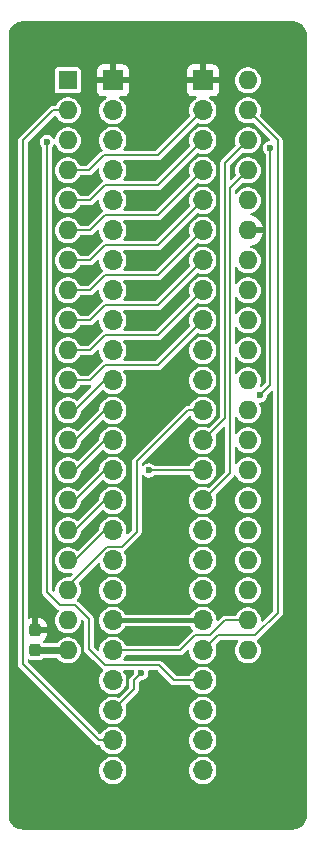
<source format=gbr>
G04 #@! TF.GenerationSoftware,KiCad,Pcbnew,8.0.4+dfsg-1*
G04 #@! TF.CreationDate,2025-02-22T20:19:49+09:00*
G04 #@! TF.ProjectId,bionic-tms9981-ldo,62696f6e-6963-42d7-946d-73393938312d,2*
G04 #@! TF.SameCoordinates,Original*
G04 #@! TF.FileFunction,Copper,L2,Bot*
G04 #@! TF.FilePolarity,Positive*
%FSLAX46Y46*%
G04 Gerber Fmt 4.6, Leading zero omitted, Abs format (unit mm)*
G04 Created by KiCad (PCBNEW 8.0.4+dfsg-1) date 2025-02-22 20:19:49*
%MOMM*%
%LPD*%
G01*
G04 APERTURE LIST*
G04 Aperture macros list*
%AMRoundRect*
0 Rectangle with rounded corners*
0 $1 Rounding radius*
0 $2 $3 $4 $5 $6 $7 $8 $9 X,Y pos of 4 corners*
0 Add a 4 corners polygon primitive as box body*
4,1,4,$2,$3,$4,$5,$6,$7,$8,$9,$2,$3,0*
0 Add four circle primitives for the rounded corners*
1,1,$1+$1,$2,$3*
1,1,$1+$1,$4,$5*
1,1,$1+$1,$6,$7*
1,1,$1+$1,$8,$9*
0 Add four rect primitives between the rounded corners*
20,1,$1+$1,$2,$3,$4,$5,0*
20,1,$1+$1,$4,$5,$6,$7,0*
20,1,$1+$1,$6,$7,$8,$9,0*
20,1,$1+$1,$8,$9,$2,$3,0*%
G04 Aperture macros list end*
G04 #@! TA.AperFunction,ComponentPad*
%ADD10R,1.600000X1.600000*%
G04 #@! TD*
G04 #@! TA.AperFunction,ComponentPad*
%ADD11O,1.600000X1.600000*%
G04 #@! TD*
G04 #@! TA.AperFunction,ComponentPad*
%ADD12O,1.700000X1.700000*%
G04 #@! TD*
G04 #@! TA.AperFunction,ComponentPad*
%ADD13R,1.700000X1.700000*%
G04 #@! TD*
G04 #@! TA.AperFunction,SMDPad,CuDef*
%ADD14RoundRect,0.237500X0.237500X-0.300000X0.237500X0.300000X-0.237500X0.300000X-0.237500X-0.300000X0*%
G04 #@! TD*
G04 #@! TA.AperFunction,ViaPad*
%ADD15C,0.600000*%
G04 #@! TD*
G04 #@! TA.AperFunction,Conductor*
%ADD16C,0.600000*%
G04 #@! TD*
G04 #@! TA.AperFunction,Conductor*
%ADD17C,0.200000*%
G04 #@! TD*
G04 #@! TA.AperFunction,Conductor*
%ADD18C,0.400000*%
G04 #@! TD*
G04 APERTURE END LIST*
D10*
X106080000Y-75080000D03*
D11*
X106080000Y-77620000D03*
X106080000Y-80160000D03*
X106080000Y-82700000D03*
X106080000Y-85240000D03*
X106080000Y-87780000D03*
X106080000Y-90320000D03*
X106080000Y-92860000D03*
X106080000Y-95400000D03*
X106080000Y-97940000D03*
X106080000Y-100480000D03*
X106080000Y-103020000D03*
X106080000Y-105560000D03*
X106080000Y-108100000D03*
X106080000Y-110640000D03*
X106080000Y-113180000D03*
X106080000Y-115720000D03*
X106080000Y-118260000D03*
X106080000Y-120800000D03*
X106080000Y-123340000D03*
X121320000Y-123340000D03*
X121320000Y-120800000D03*
X121320000Y-118260000D03*
X121320000Y-115720000D03*
X121320000Y-113180000D03*
X121320000Y-110640000D03*
X121320000Y-108100000D03*
X121320000Y-105560000D03*
X121320000Y-103020000D03*
X121320000Y-100480000D03*
X121320000Y-97940000D03*
X121320000Y-95400000D03*
X121320000Y-92860000D03*
X121320000Y-90320000D03*
X121320000Y-87780000D03*
X121320000Y-85240000D03*
X121320000Y-82700000D03*
X121320000Y-80160000D03*
X121320000Y-77620000D03*
X121320000Y-75080000D03*
D12*
X117510000Y-133500000D03*
X117510000Y-130960000D03*
X117510000Y-128420000D03*
X117510000Y-125880000D03*
X117510000Y-123340000D03*
X117510000Y-120800000D03*
X117510000Y-118260000D03*
X117510000Y-115720000D03*
X117510000Y-113180000D03*
X117510000Y-110640000D03*
X117510000Y-108100000D03*
X117510000Y-105560000D03*
X117510000Y-103020000D03*
X117510000Y-100480000D03*
X117510000Y-97940000D03*
X117510000Y-95400000D03*
X117510000Y-92860000D03*
X117510000Y-90320000D03*
X117510000Y-87780000D03*
X117510000Y-85240000D03*
X117510000Y-82700000D03*
X117510000Y-80160000D03*
X117510000Y-77620000D03*
D13*
X117510000Y-75080000D03*
X109890000Y-75080000D03*
D12*
X109890000Y-77620000D03*
X109890000Y-80160000D03*
X109890000Y-82700000D03*
X109890000Y-85240000D03*
X109890000Y-87780000D03*
X109890000Y-90320000D03*
X109890000Y-92860000D03*
X109890000Y-95400000D03*
X109890000Y-97940000D03*
X109890000Y-100480000D03*
X109890000Y-103020000D03*
X109890000Y-105560000D03*
X109890000Y-108100000D03*
X109890000Y-110640000D03*
X109890000Y-113180000D03*
X109890000Y-115720000D03*
X109890000Y-118260000D03*
X109890000Y-120800000D03*
X109890000Y-123340000D03*
X109890000Y-125880000D03*
X109890000Y-128420000D03*
X109890000Y-130960000D03*
X109890000Y-133500000D03*
D14*
X103336800Y-123338900D03*
X103336800Y-121613900D03*
D15*
X124749000Y-135786000D03*
X102651000Y-71778000D03*
X103540000Y-133119000D03*
X124114000Y-125245000D03*
X113700000Y-118641000D03*
X113700000Y-132357000D03*
X103286000Y-120038000D03*
X105953000Y-129944000D03*
X124622000Y-88415000D03*
X121193000Y-135786000D03*
X113700000Y-113688000D03*
X103286000Y-83970000D03*
X123225000Y-80795000D03*
X122336000Y-101750000D03*
X104321000Y-80287000D03*
X112938000Y-108100000D03*
X112303000Y-125245000D03*
D16*
X103337900Y-123340000D02*
X103336800Y-123338900D01*
X103337400Y-123339500D02*
X103336800Y-123338900D01*
X103337500Y-123339500D02*
X103337400Y-123339500D01*
X106080000Y-123340000D02*
X103337900Y-123340000D01*
D17*
X102270000Y-124483000D02*
X108747000Y-130960000D01*
X104810000Y-77620000D02*
X102270000Y-80160000D01*
X106080000Y-77620000D02*
X104810000Y-77620000D01*
X108747000Y-130960000D02*
X109890000Y-130960000D01*
X102270000Y-80160000D02*
X102270000Y-124483000D01*
X117510000Y-92860000D02*
X113700000Y-96670000D01*
X107985000Y-97940000D02*
X106080000Y-97940000D01*
X109255000Y-96670000D02*
X107985000Y-97940000D01*
X113700000Y-96670000D02*
X109255000Y-96670000D01*
X107985000Y-100480000D02*
X106080000Y-100480000D01*
X113700000Y-99210000D02*
X109255000Y-99210000D01*
X109255000Y-99210000D02*
X107985000Y-100480000D01*
X117510000Y-95400000D02*
X113700000Y-99210000D01*
X107985000Y-95400000D02*
X106080000Y-95400000D01*
X117510000Y-90320000D02*
X113700000Y-94130000D01*
X113700000Y-94130000D02*
X109255000Y-94130000D01*
X109255000Y-94130000D02*
X107985000Y-95400000D01*
X113700000Y-91590000D02*
X109255000Y-91590000D01*
X107985000Y-92860000D02*
X106080000Y-92860000D01*
X117510000Y-87780000D02*
X113700000Y-91590000D01*
X109255000Y-91590000D02*
X107985000Y-92860000D01*
X107985000Y-90320000D02*
X109255000Y-89050000D01*
X113700000Y-89050000D02*
X117510000Y-85240000D01*
X109255000Y-89050000D02*
X113700000Y-89050000D01*
X106080000Y-90320000D02*
X107985000Y-90320000D01*
X107985000Y-87780000D02*
X106080000Y-87780000D01*
X117510000Y-82700000D02*
X113700000Y-86510000D01*
X113700000Y-86510000D02*
X109255000Y-86510000D01*
X109255000Y-86510000D02*
X107985000Y-87780000D01*
X117510000Y-80160000D02*
X113700000Y-83970000D01*
X107985000Y-85240000D02*
X106080000Y-85240000D01*
X113700000Y-83970000D02*
X109255000Y-83970000D01*
X109255000Y-83970000D02*
X107985000Y-85240000D01*
X107858000Y-82700000D02*
X106080000Y-82700000D01*
X113700000Y-81430000D02*
X109128000Y-81430000D01*
X109128000Y-81430000D02*
X107858000Y-82700000D01*
X117510000Y-77620000D02*
X113700000Y-81430000D01*
X106715000Y-113180000D02*
X106080000Y-113180000D01*
X109255000Y-110640000D02*
X106715000Y-113180000D01*
X109890000Y-110640000D02*
X109255000Y-110640000D01*
X109255000Y-113180000D02*
X106715000Y-115720000D01*
X106715000Y-115720000D02*
X106080000Y-115720000D01*
X109890000Y-113180000D02*
X109255000Y-113180000D01*
X122336000Y-101750000D02*
X123225000Y-100861000D01*
X123225000Y-100861000D02*
X123225000Y-80795000D01*
X119396000Y-103674000D02*
X117792843Y-105277157D01*
X121320000Y-80160000D02*
X119396000Y-82084000D01*
X119396000Y-82084000D02*
X119396000Y-103674000D01*
X106715000Y-110640000D02*
X106080000Y-110640000D01*
X109890000Y-108100000D02*
X109255000Y-108100000D01*
X109255000Y-108100000D02*
X106715000Y-110640000D01*
X106715000Y-108100000D02*
X106080000Y-108100000D01*
X109890000Y-105560000D02*
X109255000Y-105560000D01*
X109255000Y-105560000D02*
X106715000Y-108100000D01*
X106715000Y-105560000D02*
X106080000Y-105560000D01*
X109255000Y-103020000D02*
X106715000Y-105560000D01*
X109890000Y-103020000D02*
X109255000Y-103020000D01*
X109890000Y-100480000D02*
X109191500Y-100480000D01*
X109191500Y-100480000D02*
X106651500Y-103020000D01*
X106651500Y-103020000D02*
X106080000Y-103020000D01*
X104321000Y-80287000D02*
X104321000Y-118406000D01*
X106705635Y-119530000D02*
X107858000Y-120682365D01*
X107858000Y-120682365D02*
X107858000Y-123213000D01*
X109255000Y-124610000D02*
X113827000Y-124610000D01*
X113827000Y-124610000D02*
X115097000Y-125880000D01*
X107858000Y-123213000D02*
X109255000Y-124610000D01*
X115097000Y-125880000D02*
X117510000Y-125880000D01*
X104321000Y-118406000D02*
X105445000Y-119530000D01*
X105445000Y-119530000D02*
X106705635Y-119530000D01*
X112938000Y-108100000D02*
X117510000Y-108100000D01*
D18*
X117510000Y-120800000D02*
X109890000Y-120800000D01*
D17*
X115605000Y-123340000D02*
X109890000Y-123340000D01*
X118145000Y-122070000D02*
X116875000Y-122070000D01*
X116875000Y-122070000D02*
X115605000Y-123340000D01*
X119415000Y-120800000D02*
X118145000Y-122070000D01*
X121320000Y-120800000D02*
X119415000Y-120800000D01*
X111668000Y-125880000D02*
X111668000Y-126642000D01*
X112303000Y-125245000D02*
X111668000Y-125880000D01*
X111668000Y-126642000D02*
X109890000Y-128420000D01*
X119796000Y-108354002D02*
X117792843Y-110357159D01*
X121320000Y-82700000D02*
X119796000Y-84224000D01*
X119796000Y-84224000D02*
X119796000Y-108354002D01*
X110634346Y-114570000D02*
X109413654Y-114570000D01*
X116240000Y-103020000D02*
X111922000Y-107338000D01*
X111922000Y-113282346D02*
X110634346Y-114570000D01*
X106080000Y-117903654D02*
X106080000Y-118260000D01*
X109413654Y-114570000D02*
X106080000Y-117903654D01*
X117510000Y-103020000D02*
X116240000Y-103020000D01*
X111922000Y-107338000D02*
X111922000Y-113282346D01*
X123860000Y-120165000D02*
X121955000Y-122070000D01*
X118780000Y-122070000D02*
X117510000Y-123340000D01*
X121320000Y-77620000D02*
X123860000Y-80160000D01*
X121955000Y-122070000D02*
X118780000Y-122070000D01*
X123860000Y-80160000D02*
X123860000Y-120165000D01*
G04 #@! TA.AperFunction,Conductor*
G36*
X125133875Y-70075805D02*
G01*
X125309097Y-70089594D01*
X125324430Y-70092023D01*
X125491550Y-70132145D01*
X125506317Y-70136943D01*
X125665104Y-70202715D01*
X125678926Y-70209758D01*
X125825469Y-70299560D01*
X125838032Y-70308688D01*
X125968717Y-70420303D01*
X125979699Y-70431285D01*
X126091311Y-70561967D01*
X126100440Y-70574532D01*
X126190238Y-70721068D01*
X126197287Y-70734902D01*
X126263054Y-70893678D01*
X126267855Y-70908453D01*
X126307975Y-71075564D01*
X126310405Y-71090907D01*
X126324195Y-71266123D01*
X126324500Y-71273891D01*
X126324500Y-137306108D01*
X126324195Y-137313876D01*
X126310405Y-137489092D01*
X126307975Y-137504435D01*
X126267855Y-137671546D01*
X126263054Y-137686321D01*
X126197287Y-137845097D01*
X126190234Y-137858939D01*
X126100442Y-138005465D01*
X126091311Y-138018032D01*
X125979699Y-138148714D01*
X125968714Y-138159699D01*
X125838032Y-138271311D01*
X125825465Y-138280442D01*
X125678939Y-138370234D01*
X125665097Y-138377287D01*
X125506321Y-138443054D01*
X125491546Y-138447855D01*
X125324435Y-138487975D01*
X125309092Y-138490405D01*
X125149743Y-138502946D01*
X125133874Y-138504195D01*
X125126108Y-138504500D01*
X102273892Y-138504500D01*
X102266125Y-138504195D01*
X102247014Y-138502691D01*
X102090907Y-138490405D01*
X102075564Y-138487975D01*
X101908453Y-138447855D01*
X101893678Y-138443054D01*
X101734902Y-138377287D01*
X101721068Y-138370238D01*
X101574532Y-138280440D01*
X101561967Y-138271311D01*
X101462706Y-138186535D01*
X101431282Y-138159696D01*
X101420303Y-138148717D01*
X101308688Y-138018032D01*
X101299560Y-138005469D01*
X101209758Y-137858926D01*
X101202715Y-137845104D01*
X101136943Y-137686317D01*
X101132144Y-137671546D01*
X101092024Y-137504435D01*
X101089594Y-137489097D01*
X101075805Y-137313875D01*
X101075500Y-137306108D01*
X101075500Y-133500000D01*
X108734571Y-133500000D01*
X108754244Y-133712310D01*
X108812595Y-133917389D01*
X108907634Y-134108255D01*
X109036128Y-134278407D01*
X109036135Y-134278413D01*
X109193692Y-134422047D01*
X109193699Y-134422053D01*
X109297389Y-134486255D01*
X109374981Y-134534298D01*
X109573802Y-134611321D01*
X109783390Y-134650500D01*
X109996610Y-134650500D01*
X110206198Y-134611321D01*
X110405019Y-134534298D01*
X110586302Y-134422052D01*
X110743872Y-134278407D01*
X110872366Y-134108255D01*
X110967405Y-133917389D01*
X111025756Y-133712310D01*
X111045429Y-133500000D01*
X116354571Y-133500000D01*
X116374244Y-133712310D01*
X116432595Y-133917389D01*
X116527634Y-134108255D01*
X116656128Y-134278407D01*
X116656135Y-134278413D01*
X116813692Y-134422047D01*
X116813699Y-134422053D01*
X116917389Y-134486255D01*
X116994981Y-134534298D01*
X117193802Y-134611321D01*
X117403390Y-134650500D01*
X117616610Y-134650500D01*
X117826198Y-134611321D01*
X118025019Y-134534298D01*
X118206302Y-134422052D01*
X118363872Y-134278407D01*
X118492366Y-134108255D01*
X118587405Y-133917389D01*
X118645756Y-133712310D01*
X118665429Y-133500000D01*
X118645756Y-133287690D01*
X118587405Y-133082611D01*
X118492366Y-132891745D01*
X118363872Y-132721593D01*
X118309623Y-132672139D01*
X118206307Y-132577952D01*
X118206300Y-132577946D01*
X118025024Y-132465705D01*
X118025019Y-132465702D01*
X117826195Y-132388678D01*
X117616610Y-132349500D01*
X117403390Y-132349500D01*
X117193804Y-132388678D01*
X116994980Y-132465702D01*
X116994975Y-132465705D01*
X116813699Y-132577946D01*
X116813692Y-132577952D01*
X116656135Y-132721586D01*
X116656131Y-132721589D01*
X116656128Y-132721593D01*
X116656125Y-132721597D01*
X116527635Y-132891743D01*
X116527630Y-132891752D01*
X116432596Y-133082608D01*
X116374244Y-133287688D01*
X116374244Y-133287690D01*
X116354571Y-133500000D01*
X111045429Y-133500000D01*
X111025756Y-133287690D01*
X110967405Y-133082611D01*
X110872366Y-132891745D01*
X110743872Y-132721593D01*
X110689623Y-132672139D01*
X110586307Y-132577952D01*
X110586300Y-132577946D01*
X110405024Y-132465705D01*
X110405019Y-132465702D01*
X110206195Y-132388678D01*
X109996610Y-132349500D01*
X109783390Y-132349500D01*
X109573804Y-132388678D01*
X109374980Y-132465702D01*
X109374975Y-132465705D01*
X109193699Y-132577946D01*
X109193692Y-132577952D01*
X109036135Y-132721586D01*
X109036131Y-132721589D01*
X109036128Y-132721593D01*
X109036125Y-132721597D01*
X108907635Y-132891743D01*
X108907630Y-132891752D01*
X108812596Y-133082608D01*
X108754244Y-133287688D01*
X108754244Y-133287690D01*
X108734571Y-133500000D01*
X101075500Y-133500000D01*
X101075500Y-80107273D01*
X101869500Y-80107273D01*
X101869500Y-124430273D01*
X101869500Y-124535727D01*
X101893570Y-124625559D01*
X101896794Y-124637592D01*
X101949516Y-124728908D01*
X101949518Y-124728910D01*
X101949520Y-124728913D01*
X108501087Y-131280480D01*
X108501089Y-131280481D01*
X108501091Y-131280483D01*
X108592408Y-131333205D01*
X108592406Y-131333205D01*
X108592410Y-131333206D01*
X108592412Y-131333207D01*
X108694273Y-131360500D01*
X108742887Y-131360500D01*
X108801078Y-131379407D01*
X108831508Y-131415372D01*
X108907634Y-131568255D01*
X109036128Y-131738407D01*
X109036135Y-131738413D01*
X109193692Y-131882047D01*
X109193699Y-131882053D01*
X109297389Y-131946255D01*
X109374981Y-131994298D01*
X109573802Y-132071321D01*
X109783390Y-132110500D01*
X109996610Y-132110500D01*
X110206198Y-132071321D01*
X110405019Y-131994298D01*
X110586302Y-131882052D01*
X110743872Y-131738407D01*
X110872366Y-131568255D01*
X110967405Y-131377389D01*
X111025756Y-131172310D01*
X111045429Y-130960000D01*
X116354571Y-130960000D01*
X116374244Y-131172310D01*
X116432595Y-131377389D01*
X116527634Y-131568255D01*
X116656128Y-131738407D01*
X116656135Y-131738413D01*
X116813692Y-131882047D01*
X116813699Y-131882053D01*
X116917389Y-131946255D01*
X116994981Y-131994298D01*
X117193802Y-132071321D01*
X117403390Y-132110500D01*
X117616610Y-132110500D01*
X117826198Y-132071321D01*
X118025019Y-131994298D01*
X118206302Y-131882052D01*
X118363872Y-131738407D01*
X118492366Y-131568255D01*
X118587405Y-131377389D01*
X118645756Y-131172310D01*
X118665429Y-130960000D01*
X118645756Y-130747690D01*
X118587405Y-130542611D01*
X118492366Y-130351745D01*
X118363872Y-130181593D01*
X118309623Y-130132139D01*
X118206307Y-130037952D01*
X118206300Y-130037946D01*
X118025024Y-129925705D01*
X118025019Y-129925702D01*
X117826195Y-129848678D01*
X117616610Y-129809500D01*
X117403390Y-129809500D01*
X117193804Y-129848678D01*
X116994980Y-129925702D01*
X116994975Y-129925705D01*
X116813699Y-130037946D01*
X116813692Y-130037952D01*
X116656135Y-130181586D01*
X116656131Y-130181589D01*
X116656128Y-130181593D01*
X116656125Y-130181597D01*
X116527635Y-130351743D01*
X116527630Y-130351752D01*
X116432596Y-130542608D01*
X116374244Y-130747688D01*
X116374244Y-130747690D01*
X116354571Y-130960000D01*
X111045429Y-130960000D01*
X111025756Y-130747690D01*
X110967405Y-130542611D01*
X110872366Y-130351745D01*
X110743872Y-130181593D01*
X110689623Y-130132139D01*
X110586307Y-130037952D01*
X110586300Y-130037946D01*
X110405024Y-129925705D01*
X110405019Y-129925702D01*
X110206195Y-129848678D01*
X109996610Y-129809500D01*
X109783390Y-129809500D01*
X109573804Y-129848678D01*
X109374980Y-129925702D01*
X109374975Y-129925705D01*
X109193699Y-130037946D01*
X109193692Y-130037952D01*
X109036135Y-130181586D01*
X109036119Y-130181603D01*
X108907641Y-130351733D01*
X108907634Y-130351745D01*
X108901652Y-130363759D01*
X108858788Y-130407421D01*
X108798447Y-130417550D01*
X108743677Y-130390277D01*
X108743027Y-130389634D01*
X102699496Y-124346103D01*
X102671719Y-124291586D01*
X102670500Y-124276099D01*
X102670500Y-124188247D01*
X102689407Y-124130056D01*
X102738907Y-124094092D01*
X102800093Y-124094092D01*
X102829319Y-124109363D01*
X102833142Y-124112262D01*
X102970723Y-124166517D01*
X103057182Y-124176900D01*
X103057184Y-124176900D01*
X103616416Y-124176900D01*
X103616418Y-124176900D01*
X103702877Y-124166517D01*
X103840458Y-124112262D01*
X103958300Y-124022900D01*
X103991074Y-123979680D01*
X104041301Y-123944738D01*
X104069958Y-123940500D01*
X105105137Y-123940500D01*
X105163328Y-123959407D01*
X105184138Y-123979836D01*
X105263236Y-124084579D01*
X105413959Y-124221981D01*
X105587363Y-124329348D01*
X105777544Y-124403024D01*
X105978024Y-124440500D01*
X106181976Y-124440500D01*
X106382456Y-124403024D01*
X106572637Y-124329348D01*
X106746041Y-124221981D01*
X106896764Y-124084579D01*
X107019673Y-123921821D01*
X107110582Y-123739250D01*
X107166397Y-123543083D01*
X107185215Y-123340000D01*
X107166397Y-123136917D01*
X107110582Y-122940750D01*
X107019673Y-122758179D01*
X106896764Y-122595421D01*
X106746041Y-122458019D01*
X106572637Y-122350652D01*
X106382456Y-122276976D01*
X106382455Y-122276975D01*
X106382453Y-122276975D01*
X106181976Y-122239500D01*
X105978024Y-122239500D01*
X105777546Y-122276975D01*
X105707632Y-122304059D01*
X105587363Y-122350652D01*
X105478676Y-122417948D01*
X105413959Y-122458019D01*
X105313570Y-122549536D01*
X105263236Y-122595421D01*
X105184139Y-122700162D01*
X105133984Y-122735204D01*
X105105137Y-122739500D01*
X104071626Y-122739500D01*
X104013435Y-122720593D01*
X103992745Y-122700323D01*
X103966633Y-122665890D01*
X103946540Y-122608102D01*
X103964251Y-122549536D01*
X103993548Y-122521812D01*
X104034835Y-122496346D01*
X104156746Y-122374435D01*
X104247251Y-122227706D01*
X104301481Y-122064048D01*
X104311800Y-121963055D01*
X104311800Y-121863901D01*
X104311799Y-121863900D01*
X103185800Y-121863900D01*
X103127609Y-121844993D01*
X103091645Y-121795493D01*
X103086800Y-121764900D01*
X103086800Y-120576401D01*
X103586800Y-120576401D01*
X103586800Y-121363899D01*
X103586801Y-121363900D01*
X104311798Y-121363900D01*
X104311799Y-121363899D01*
X104311799Y-121264745D01*
X104301482Y-121163757D01*
X104301479Y-121163745D01*
X104247251Y-121000093D01*
X104156746Y-120853364D01*
X104034835Y-120731453D01*
X103888106Y-120640948D01*
X103724448Y-120586718D01*
X103623455Y-120576400D01*
X103586801Y-120576400D01*
X103586800Y-120576401D01*
X103086800Y-120576401D01*
X103086800Y-120576400D01*
X103050157Y-120576400D01*
X103050151Y-120576401D01*
X102949157Y-120586717D01*
X102949145Y-120586720D01*
X102800640Y-120635929D01*
X102739455Y-120636285D01*
X102689747Y-120600609D01*
X102670502Y-120542530D01*
X102670500Y-120541954D01*
X102670500Y-80366901D01*
X102689407Y-80308710D01*
X102699496Y-80296897D01*
X102709394Y-80286999D01*
X103715318Y-80286999D01*
X103715318Y-80287000D01*
X103735955Y-80443758D01*
X103735957Y-80443766D01*
X103796462Y-80589838D01*
X103796462Y-80589839D01*
X103896668Y-80720431D01*
X103895283Y-80721493D01*
X103919279Y-80768569D01*
X103920500Y-80784071D01*
X103920500Y-118353273D01*
X103920500Y-118458727D01*
X103924140Y-118472311D01*
X103947794Y-118560592D01*
X104000516Y-118651908D01*
X104000518Y-118651910D01*
X104000520Y-118651913D01*
X105199087Y-119850480D01*
X105199089Y-119850481D01*
X105199091Y-119850483D01*
X105258756Y-119884931D01*
X105299697Y-119930400D01*
X105306093Y-119991251D01*
X105275953Y-120043827D01*
X105263236Y-120055421D01*
X105203052Y-120135117D01*
X105140328Y-120218177D01*
X105140323Y-120218186D01*
X105050040Y-120399500D01*
X105049418Y-120400750D01*
X104993603Y-120596917D01*
X104974785Y-120800000D01*
X104993603Y-121003083D01*
X105049418Y-121199250D01*
X105140327Y-121381821D01*
X105263236Y-121544579D01*
X105413959Y-121681981D01*
X105587363Y-121789348D01*
X105777544Y-121863024D01*
X105978024Y-121900500D01*
X106181976Y-121900500D01*
X106382456Y-121863024D01*
X106572637Y-121789348D01*
X106746041Y-121681981D01*
X106896764Y-121544579D01*
X107019673Y-121381821D01*
X107110582Y-121199250D01*
X107166397Y-121003083D01*
X107184755Y-120804960D01*
X107208950Y-120748766D01*
X107261557Y-120717522D01*
X107322481Y-120723168D01*
X107353336Y-120744094D01*
X107428504Y-120819262D01*
X107456281Y-120873779D01*
X107457500Y-120889266D01*
X107457500Y-123160273D01*
X107457500Y-123265727D01*
X107477401Y-123340000D01*
X107484794Y-123367592D01*
X107537516Y-123458908D01*
X107537517Y-123458909D01*
X107537518Y-123458910D01*
X107537520Y-123458913D01*
X108245123Y-124166516D01*
X108934519Y-124855912D01*
X108934520Y-124855913D01*
X108934519Y-124855913D01*
X109009085Y-124930478D01*
X109009087Y-124930480D01*
X109023318Y-124938696D01*
X109064258Y-124984164D01*
X109070655Y-125045014D01*
X109040517Y-125097591D01*
X109036131Y-125101589D01*
X109036128Y-125101592D01*
X108907640Y-125271736D01*
X108907630Y-125271752D01*
X108812596Y-125462608D01*
X108754244Y-125667688D01*
X108737175Y-125851901D01*
X108734571Y-125880000D01*
X108754244Y-126092310D01*
X108812595Y-126297389D01*
X108907634Y-126488255D01*
X109036128Y-126658407D01*
X109036135Y-126658413D01*
X109193692Y-126802047D01*
X109193699Y-126802053D01*
X109297389Y-126866255D01*
X109374981Y-126914298D01*
X109573802Y-126991321D01*
X109783390Y-127030500D01*
X109996610Y-127030500D01*
X110206198Y-126991321D01*
X110405019Y-126914298D01*
X110586302Y-126802052D01*
X110743872Y-126658407D01*
X110872366Y-126488255D01*
X110967405Y-126297389D01*
X111025756Y-126092310D01*
X111045429Y-125880000D01*
X111025756Y-125667690D01*
X110967405Y-125462611D01*
X110872366Y-125271745D01*
X110794896Y-125169159D01*
X110774918Y-125111330D01*
X110792747Y-125052799D01*
X110841573Y-125015927D01*
X110873901Y-125010500D01*
X111615303Y-125010500D01*
X111673494Y-125029407D01*
X111709458Y-125078907D01*
X111713455Y-125122420D01*
X111699509Y-125228350D01*
X111696471Y-125251433D01*
X111694743Y-125251205D01*
X111678411Y-125301472D01*
X111668322Y-125313284D01*
X111347520Y-125634086D01*
X111347516Y-125634091D01*
X111294793Y-125725411D01*
X111294792Y-125725411D01*
X111294793Y-125725412D01*
X111267500Y-125827273D01*
X111267500Y-126435098D01*
X111248593Y-126493289D01*
X111238504Y-126505102D01*
X110416673Y-127326932D01*
X110362156Y-127354709D01*
X110310907Y-127349243D01*
X110206198Y-127308679D01*
X110206197Y-127308678D01*
X110206195Y-127308678D01*
X109996610Y-127269500D01*
X109783390Y-127269500D01*
X109573804Y-127308678D01*
X109374980Y-127385702D01*
X109374975Y-127385705D01*
X109193699Y-127497946D01*
X109193692Y-127497952D01*
X109036135Y-127641586D01*
X109036131Y-127641589D01*
X109036128Y-127641593D01*
X109036125Y-127641597D01*
X108907635Y-127811743D01*
X108907630Y-127811752D01*
X108812596Y-128002608D01*
X108754244Y-128207688D01*
X108754244Y-128207690D01*
X108734571Y-128420000D01*
X108754244Y-128632310D01*
X108812595Y-128837389D01*
X108907634Y-129028255D01*
X109036128Y-129198407D01*
X109036135Y-129198413D01*
X109193692Y-129342047D01*
X109193699Y-129342053D01*
X109297389Y-129406255D01*
X109374981Y-129454298D01*
X109573802Y-129531321D01*
X109783390Y-129570500D01*
X109996610Y-129570500D01*
X110206198Y-129531321D01*
X110405019Y-129454298D01*
X110586302Y-129342052D01*
X110743872Y-129198407D01*
X110872366Y-129028255D01*
X110967405Y-128837389D01*
X111025756Y-128632310D01*
X111045429Y-128420000D01*
X116354571Y-128420000D01*
X116374244Y-128632310D01*
X116432595Y-128837389D01*
X116527634Y-129028255D01*
X116656128Y-129198407D01*
X116656135Y-129198413D01*
X116813692Y-129342047D01*
X116813699Y-129342053D01*
X116917389Y-129406255D01*
X116994981Y-129454298D01*
X117193802Y-129531321D01*
X117403390Y-129570500D01*
X117616610Y-129570500D01*
X117826198Y-129531321D01*
X118025019Y-129454298D01*
X118206302Y-129342052D01*
X118363872Y-129198407D01*
X118492366Y-129028255D01*
X118587405Y-128837389D01*
X118645756Y-128632310D01*
X118665429Y-128420000D01*
X118645756Y-128207690D01*
X118587405Y-128002611D01*
X118492366Y-127811745D01*
X118363872Y-127641593D01*
X118309623Y-127592139D01*
X118206307Y-127497952D01*
X118206300Y-127497946D01*
X118025024Y-127385705D01*
X118025019Y-127385702D01*
X117945016Y-127354709D01*
X117826198Y-127308679D01*
X117826197Y-127308678D01*
X117826195Y-127308678D01*
X117616610Y-127269500D01*
X117403390Y-127269500D01*
X117193804Y-127308678D01*
X116994980Y-127385702D01*
X116994975Y-127385705D01*
X116813699Y-127497946D01*
X116813692Y-127497952D01*
X116656135Y-127641586D01*
X116656131Y-127641589D01*
X116656128Y-127641593D01*
X116656125Y-127641597D01*
X116527635Y-127811743D01*
X116527630Y-127811752D01*
X116432596Y-128002608D01*
X116374244Y-128207688D01*
X116374244Y-128207690D01*
X116354571Y-128420000D01*
X111045429Y-128420000D01*
X111025756Y-128207690D01*
X110967405Y-128002611D01*
X110967401Y-128002604D01*
X110965752Y-127998344D01*
X110967132Y-127997809D01*
X110959019Y-127943364D01*
X110986648Y-127889742D01*
X111913910Y-126962481D01*
X111913913Y-126962480D01*
X111988480Y-126887913D01*
X112041207Y-126796587D01*
X112068501Y-126694727D01*
X112068501Y-126589273D01*
X112068501Y-126583211D01*
X112068500Y-126583193D01*
X112068500Y-126086900D01*
X112087407Y-126028709D01*
X112097496Y-126016896D01*
X112234714Y-125879678D01*
X112289231Y-125851901D01*
X112300447Y-125851018D01*
X112302999Y-125850681D01*
X112303000Y-125850682D01*
X112459762Y-125830044D01*
X112605841Y-125769536D01*
X112731282Y-125673282D01*
X112827536Y-125547841D01*
X112888044Y-125401762D01*
X112908682Y-125245000D01*
X112892544Y-125122420D01*
X112903694Y-125062262D01*
X112948076Y-125020144D01*
X112990697Y-125010500D01*
X113620099Y-125010500D01*
X113678290Y-125029407D01*
X113690103Y-125039496D01*
X114851087Y-126200480D01*
X114851089Y-126200481D01*
X114851090Y-126200482D01*
X114851091Y-126200483D01*
X114942408Y-126253205D01*
X114942406Y-126253205D01*
X114942410Y-126253206D01*
X114942412Y-126253207D01*
X115044273Y-126280500D01*
X116362887Y-126280500D01*
X116421078Y-126299407D01*
X116451508Y-126335372D01*
X116527634Y-126488255D01*
X116656128Y-126658407D01*
X116656135Y-126658413D01*
X116813692Y-126802047D01*
X116813699Y-126802053D01*
X116917389Y-126866255D01*
X116994981Y-126914298D01*
X117193802Y-126991321D01*
X117403390Y-127030500D01*
X117616610Y-127030500D01*
X117826198Y-126991321D01*
X118025019Y-126914298D01*
X118206302Y-126802052D01*
X118363872Y-126658407D01*
X118492366Y-126488255D01*
X118587405Y-126297389D01*
X118645756Y-126092310D01*
X118665429Y-125880000D01*
X118645756Y-125667690D01*
X118587405Y-125462611D01*
X118492366Y-125271745D01*
X118363872Y-125101593D01*
X118284688Y-125029407D01*
X118206307Y-124957952D01*
X118206300Y-124957946D01*
X118025024Y-124845705D01*
X118025019Y-124845702D01*
X117826195Y-124768678D01*
X117616610Y-124729500D01*
X117403390Y-124729500D01*
X117193804Y-124768678D01*
X116994980Y-124845702D01*
X116994975Y-124845705D01*
X116813699Y-124957946D01*
X116813692Y-124957952D01*
X116656135Y-125101586D01*
X116656131Y-125101589D01*
X116656128Y-125101593D01*
X116656125Y-125101597D01*
X116527635Y-125271743D01*
X116527630Y-125271752D01*
X116451508Y-125424628D01*
X116408646Y-125468290D01*
X116362887Y-125479500D01*
X115303901Y-125479500D01*
X115245710Y-125460593D01*
X115233897Y-125450504D01*
X114713871Y-124930478D01*
X114072913Y-124289520D01*
X114072910Y-124289518D01*
X114072909Y-124289517D01*
X114072908Y-124289516D01*
X113981591Y-124236794D01*
X113981593Y-124236794D01*
X113942070Y-124226204D01*
X113879727Y-124209500D01*
X113879725Y-124209500D01*
X110873901Y-124209500D01*
X110815710Y-124190593D01*
X110779746Y-124141093D01*
X110779746Y-124079907D01*
X110794897Y-124050839D01*
X110872366Y-123948255D01*
X110948492Y-123795372D01*
X110991354Y-123751710D01*
X111037113Y-123740500D01*
X115657725Y-123740500D01*
X115657727Y-123740500D01*
X115759588Y-123713207D01*
X115759590Y-123713205D01*
X115759592Y-123713205D01*
X115850908Y-123660483D01*
X115850908Y-123660482D01*
X115850913Y-123660480D01*
X116189913Y-123321478D01*
X116244430Y-123293701D01*
X116304862Y-123303272D01*
X116348127Y-123346537D01*
X116358494Y-123382346D01*
X116374244Y-123552310D01*
X116430979Y-123751710D01*
X116432596Y-123757391D01*
X116523772Y-123940500D01*
X116527634Y-123948255D01*
X116656128Y-124118407D01*
X116681013Y-124141093D01*
X116813692Y-124262047D01*
X116813699Y-124262053D01*
X116858055Y-124289517D01*
X116994981Y-124374298D01*
X117193802Y-124451321D01*
X117403390Y-124490500D01*
X117616610Y-124490500D01*
X117826198Y-124451321D01*
X118025019Y-124374298D01*
X118206302Y-124262052D01*
X118363872Y-124118407D01*
X118492366Y-123948255D01*
X118587405Y-123757389D01*
X118645756Y-123552310D01*
X118665429Y-123340000D01*
X118645756Y-123127690D01*
X118587405Y-122922611D01*
X118587401Y-122922604D01*
X118585752Y-122918344D01*
X118587129Y-122917810D01*
X118579021Y-122863350D01*
X118606649Y-122809742D01*
X118916897Y-122499496D01*
X118971413Y-122471719D01*
X118986900Y-122470500D01*
X120398754Y-122470500D01*
X120456945Y-122489407D01*
X120492909Y-122538907D01*
X120492909Y-122600093D01*
X120477760Y-122629155D01*
X120424140Y-122700161D01*
X120380328Y-122758177D01*
X120380323Y-122758186D01*
X120298450Y-122922611D01*
X120289418Y-122940750D01*
X120233603Y-123136917D01*
X120214785Y-123340000D01*
X120233603Y-123543083D01*
X120289418Y-123739250D01*
X120380327Y-123921821D01*
X120503236Y-124084579D01*
X120653959Y-124221981D01*
X120827363Y-124329348D01*
X121017544Y-124403024D01*
X121218024Y-124440500D01*
X121421976Y-124440500D01*
X121622456Y-124403024D01*
X121812637Y-124329348D01*
X121986041Y-124221981D01*
X122136764Y-124084579D01*
X122259673Y-123921821D01*
X122350582Y-123739250D01*
X122406397Y-123543083D01*
X122425215Y-123340000D01*
X122406397Y-123136917D01*
X122350582Y-122940750D01*
X122259673Y-122758179D01*
X122136764Y-122595421D01*
X122124047Y-122583828D01*
X122093782Y-122530654D01*
X122100552Y-122469844D01*
X122141241Y-122424931D01*
X122200913Y-122390480D01*
X124180480Y-120410913D01*
X124186348Y-120400750D01*
X124233205Y-120319592D01*
X124233205Y-120319590D01*
X124233207Y-120319588D01*
X124260500Y-120217727D01*
X124260500Y-120112273D01*
X124260500Y-80107273D01*
X124233207Y-80005413D01*
X124180480Y-79914087D01*
X124105913Y-79839519D01*
X124105913Y-79839520D01*
X122377336Y-78110943D01*
X122349559Y-78056426D01*
X122352118Y-78013848D01*
X122406397Y-77823083D01*
X122425215Y-77620000D01*
X122406397Y-77416917D01*
X122350582Y-77220750D01*
X122259673Y-77038179D01*
X122136764Y-76875421D01*
X121986041Y-76738019D01*
X121812637Y-76630652D01*
X121622456Y-76556976D01*
X121622455Y-76556975D01*
X121622453Y-76556975D01*
X121421976Y-76519500D01*
X121218024Y-76519500D01*
X121017546Y-76556975D01*
X120993055Y-76566463D01*
X120827363Y-76630652D01*
X120718676Y-76697948D01*
X120653959Y-76738019D01*
X120503237Y-76875420D01*
X120380328Y-77038177D01*
X120380323Y-77038186D01*
X120290040Y-77219500D01*
X120289418Y-77220750D01*
X120233603Y-77416917D01*
X120214785Y-77620000D01*
X120233603Y-77823083D01*
X120289418Y-78019250D01*
X120380327Y-78201821D01*
X120503236Y-78364579D01*
X120653959Y-78501981D01*
X120827363Y-78609348D01*
X121017544Y-78683024D01*
X121218024Y-78720500D01*
X121421976Y-78720500D01*
X121622456Y-78683024D01*
X121702259Y-78652107D01*
X121763351Y-78648718D01*
X121808026Y-78674419D01*
X123169579Y-80035972D01*
X123197356Y-80090489D01*
X123187785Y-80150921D01*
X123144520Y-80194186D01*
X123112498Y-80204129D01*
X123068240Y-80209955D01*
X123068233Y-80209957D01*
X122922161Y-80270462D01*
X122922160Y-80270462D01*
X122796723Y-80366713D01*
X122796713Y-80366723D01*
X122700462Y-80492160D01*
X122700462Y-80492161D01*
X122639957Y-80638233D01*
X122639955Y-80638241D01*
X122619318Y-80794999D01*
X122619318Y-80795000D01*
X122639955Y-80951758D01*
X122639957Y-80951766D01*
X122700462Y-81097838D01*
X122700462Y-81097839D01*
X122800668Y-81228431D01*
X122799283Y-81229493D01*
X122823279Y-81276569D01*
X122824500Y-81292071D01*
X122824500Y-100654099D01*
X122805593Y-100712290D01*
X122795503Y-100724103D01*
X122492327Y-101027278D01*
X122437811Y-101055055D01*
X122377379Y-101045484D01*
X122334114Y-101002219D01*
X122324543Y-100941787D01*
X122333704Y-100913145D01*
X122350580Y-100879254D01*
X122350581Y-100879252D01*
X122350582Y-100879250D01*
X122406397Y-100683083D01*
X122425215Y-100480000D01*
X122406397Y-100276917D01*
X122350582Y-100080750D01*
X122259673Y-99898179D01*
X122136764Y-99735421D01*
X121986041Y-99598019D01*
X121812637Y-99490652D01*
X121622456Y-99416976D01*
X121622455Y-99416975D01*
X121622453Y-99416975D01*
X121421976Y-99379500D01*
X121218024Y-99379500D01*
X121017546Y-99416975D01*
X120947632Y-99444059D01*
X120827363Y-99490652D01*
X120653959Y-99598019D01*
X120503236Y-99735421D01*
X120380327Y-99898179D01*
X120380326Y-99898180D01*
X120380326Y-99898181D01*
X120379671Y-99899239D01*
X120379272Y-99899576D01*
X120377569Y-99901832D01*
X120377060Y-99901447D01*
X120332961Y-99938760D01*
X120271943Y-99943278D01*
X120219923Y-99911067D01*
X120196770Y-99854431D01*
X120196500Y-99847121D01*
X120196500Y-98572878D01*
X120215407Y-98514687D01*
X120264907Y-98478723D01*
X120326093Y-98478723D01*
X120375593Y-98514687D01*
X120379676Y-98520768D01*
X120380321Y-98521809D01*
X120380327Y-98521821D01*
X120503236Y-98684579D01*
X120653959Y-98821981D01*
X120827363Y-98929348D01*
X121017544Y-99003024D01*
X121218024Y-99040500D01*
X121421976Y-99040500D01*
X121622456Y-99003024D01*
X121812637Y-98929348D01*
X121986041Y-98821981D01*
X122136764Y-98684579D01*
X122259673Y-98521821D01*
X122350582Y-98339250D01*
X122406397Y-98143083D01*
X122425215Y-97940000D01*
X122406397Y-97736917D01*
X122350582Y-97540750D01*
X122259673Y-97358179D01*
X122136764Y-97195421D01*
X121986041Y-97058019D01*
X121812637Y-96950652D01*
X121622456Y-96876976D01*
X121622455Y-96876975D01*
X121622453Y-96876975D01*
X121421976Y-96839500D01*
X121218024Y-96839500D01*
X121017546Y-96876975D01*
X120947632Y-96904059D01*
X120827363Y-96950652D01*
X120653959Y-97058019D01*
X120503236Y-97195421D01*
X120380327Y-97358179D01*
X120380326Y-97358180D01*
X120380326Y-97358181D01*
X120379671Y-97359239D01*
X120379272Y-97359576D01*
X120377569Y-97361832D01*
X120377060Y-97361447D01*
X120332961Y-97398760D01*
X120271943Y-97403278D01*
X120219923Y-97371067D01*
X120196770Y-97314431D01*
X120196500Y-97307121D01*
X120196500Y-96032878D01*
X120215407Y-95974687D01*
X120264907Y-95938723D01*
X120326093Y-95938723D01*
X120375593Y-95974687D01*
X120379676Y-95980768D01*
X120380321Y-95981809D01*
X120380327Y-95981821D01*
X120503236Y-96144579D01*
X120653959Y-96281981D01*
X120827363Y-96389348D01*
X121017544Y-96463024D01*
X121218024Y-96500500D01*
X121421976Y-96500500D01*
X121622456Y-96463024D01*
X121812637Y-96389348D01*
X121986041Y-96281981D01*
X122136764Y-96144579D01*
X122259673Y-95981821D01*
X122350582Y-95799250D01*
X122406397Y-95603083D01*
X122425215Y-95400000D01*
X122406397Y-95196917D01*
X122350582Y-95000750D01*
X122259673Y-94818179D01*
X122136764Y-94655421D01*
X121986041Y-94518019D01*
X121812637Y-94410652D01*
X121622456Y-94336976D01*
X121622455Y-94336975D01*
X121622453Y-94336975D01*
X121421976Y-94299500D01*
X121218024Y-94299500D01*
X121017546Y-94336975D01*
X120947632Y-94364059D01*
X120827363Y-94410652D01*
X120653959Y-94518019D01*
X120503236Y-94655421D01*
X120380327Y-94818179D01*
X120380326Y-94818180D01*
X120380326Y-94818181D01*
X120379671Y-94819239D01*
X120379272Y-94819576D01*
X120377569Y-94821832D01*
X120377060Y-94821447D01*
X120332961Y-94858760D01*
X120271943Y-94863278D01*
X120219923Y-94831067D01*
X120196770Y-94774431D01*
X120196500Y-94767121D01*
X120196500Y-93492878D01*
X120215407Y-93434687D01*
X120264907Y-93398723D01*
X120326093Y-93398723D01*
X120375593Y-93434687D01*
X120379676Y-93440768D01*
X120380321Y-93441809D01*
X120380327Y-93441821D01*
X120503236Y-93604579D01*
X120653959Y-93741981D01*
X120827363Y-93849348D01*
X121017544Y-93923024D01*
X121218024Y-93960500D01*
X121421976Y-93960500D01*
X121622456Y-93923024D01*
X121812637Y-93849348D01*
X121986041Y-93741981D01*
X122136764Y-93604579D01*
X122259673Y-93441821D01*
X122350582Y-93259250D01*
X122406397Y-93063083D01*
X122425215Y-92860000D01*
X122406397Y-92656917D01*
X122350582Y-92460750D01*
X122259673Y-92278179D01*
X122136764Y-92115421D01*
X121986041Y-91978019D01*
X121812637Y-91870652D01*
X121622456Y-91796976D01*
X121622455Y-91796975D01*
X121622453Y-91796975D01*
X121421976Y-91759500D01*
X121218024Y-91759500D01*
X121017546Y-91796975D01*
X120947632Y-91824059D01*
X120827363Y-91870652D01*
X120653959Y-91978019D01*
X120503236Y-92115421D01*
X120380327Y-92278179D01*
X120380326Y-92278180D01*
X120380326Y-92278181D01*
X120379671Y-92279239D01*
X120379272Y-92279576D01*
X120377569Y-92281832D01*
X120377060Y-92281447D01*
X120332961Y-92318760D01*
X120271943Y-92323278D01*
X120219923Y-92291067D01*
X120196770Y-92234431D01*
X120196500Y-92227121D01*
X120196500Y-90952878D01*
X120215407Y-90894687D01*
X120264907Y-90858723D01*
X120326093Y-90858723D01*
X120375593Y-90894687D01*
X120379676Y-90900768D01*
X120380321Y-90901809D01*
X120380327Y-90901821D01*
X120503236Y-91064579D01*
X120653959Y-91201981D01*
X120827363Y-91309348D01*
X121017544Y-91383024D01*
X121218024Y-91420500D01*
X121421976Y-91420500D01*
X121622456Y-91383024D01*
X121812637Y-91309348D01*
X121986041Y-91201981D01*
X122136764Y-91064579D01*
X122259673Y-90901821D01*
X122350582Y-90719250D01*
X122406397Y-90523083D01*
X122425215Y-90320000D01*
X122406397Y-90116917D01*
X122350582Y-89920750D01*
X122259673Y-89738179D01*
X122136764Y-89575421D01*
X121986041Y-89438019D01*
X121812637Y-89330652D01*
X121665283Y-89273567D01*
X121622454Y-89256975D01*
X121584582Y-89249896D01*
X121530857Y-89220618D01*
X121504601Y-89165352D01*
X121515844Y-89105209D01*
X121560292Y-89063160D01*
X121577151Y-89056955D01*
X121766324Y-89006266D01*
X121972481Y-88910134D01*
X122158811Y-88779665D01*
X122319665Y-88618811D01*
X122450134Y-88432481D01*
X122546266Y-88226323D01*
X122598872Y-88030000D01*
X121635686Y-88030000D01*
X121640080Y-88025606D01*
X121692741Y-87934394D01*
X121720000Y-87832661D01*
X121720000Y-87727339D01*
X121692741Y-87625606D01*
X121640080Y-87534394D01*
X121635686Y-87530000D01*
X122598872Y-87530000D01*
X122546266Y-87333676D01*
X122450134Y-87127518D01*
X122319665Y-86941188D01*
X122158811Y-86780334D01*
X121972481Y-86649865D01*
X121766323Y-86553733D01*
X121577151Y-86503044D01*
X121525836Y-86469720D01*
X121503910Y-86412598D01*
X121519746Y-86353498D01*
X121567296Y-86314992D01*
X121584568Y-86310106D01*
X121622456Y-86303024D01*
X121812637Y-86229348D01*
X121986041Y-86121981D01*
X122136764Y-85984579D01*
X122259673Y-85821821D01*
X122350582Y-85639250D01*
X122406397Y-85443083D01*
X122425215Y-85240000D01*
X122406397Y-85036917D01*
X122350582Y-84840750D01*
X122259673Y-84658179D01*
X122136764Y-84495421D01*
X121986041Y-84358019D01*
X121812637Y-84250652D01*
X121622456Y-84176976D01*
X121622455Y-84176975D01*
X121622453Y-84176975D01*
X121421976Y-84139500D01*
X121218024Y-84139500D01*
X121017546Y-84176975D01*
X120947632Y-84204059D01*
X120827363Y-84250652D01*
X120653959Y-84358019D01*
X120503236Y-84495421D01*
X120380327Y-84658179D01*
X120380326Y-84658180D01*
X120380326Y-84658181D01*
X120379671Y-84659239D01*
X120379272Y-84659576D01*
X120377569Y-84661832D01*
X120377060Y-84661447D01*
X120332961Y-84698760D01*
X120271943Y-84703278D01*
X120219923Y-84671067D01*
X120196770Y-84614431D01*
X120196500Y-84607121D01*
X120196500Y-84430900D01*
X120215407Y-84372709D01*
X120225490Y-84360902D01*
X120831975Y-83754416D01*
X120886490Y-83726641D01*
X120937735Y-83732106D01*
X121017544Y-83763024D01*
X121218024Y-83800500D01*
X121421976Y-83800500D01*
X121622456Y-83763024D01*
X121812637Y-83689348D01*
X121986041Y-83581981D01*
X122136764Y-83444579D01*
X122259673Y-83281821D01*
X122350582Y-83099250D01*
X122406397Y-82903083D01*
X122425215Y-82700000D01*
X122406397Y-82496917D01*
X122350582Y-82300750D01*
X122259673Y-82118179D01*
X122136764Y-81955421D01*
X121986041Y-81818019D01*
X121812637Y-81710652D01*
X121622456Y-81636976D01*
X121622455Y-81636975D01*
X121622453Y-81636975D01*
X121421976Y-81599500D01*
X121218024Y-81599500D01*
X121017546Y-81636975D01*
X120947632Y-81664059D01*
X120827363Y-81710652D01*
X120677881Y-81803207D01*
X120653959Y-81818019D01*
X120503237Y-81955420D01*
X120380328Y-82118177D01*
X120380323Y-82118186D01*
X120290647Y-82298281D01*
X120289418Y-82300750D01*
X120233603Y-82496917D01*
X120214785Y-82700000D01*
X120233603Y-82903083D01*
X120236229Y-82912311D01*
X120287880Y-83093845D01*
X120285619Y-83154989D01*
X120262663Y-83190941D01*
X119965504Y-83488101D01*
X119910987Y-83515879D01*
X119850555Y-83506308D01*
X119807290Y-83463043D01*
X119796500Y-83418098D01*
X119796500Y-82290900D01*
X119815407Y-82232709D01*
X119825490Y-82220902D01*
X120831975Y-81214416D01*
X120886490Y-81186641D01*
X120937735Y-81192106D01*
X121017544Y-81223024D01*
X121218024Y-81260500D01*
X121421976Y-81260500D01*
X121622456Y-81223024D01*
X121812637Y-81149348D01*
X121986041Y-81041981D01*
X122136764Y-80904579D01*
X122259673Y-80741821D01*
X122350582Y-80559250D01*
X122406397Y-80363083D01*
X122425215Y-80160000D01*
X122406397Y-79956917D01*
X122350582Y-79760750D01*
X122259673Y-79578179D01*
X122136764Y-79415421D01*
X121986041Y-79278019D01*
X121812637Y-79170652D01*
X121622456Y-79096976D01*
X121622455Y-79096975D01*
X121622453Y-79096975D01*
X121421976Y-79059500D01*
X121218024Y-79059500D01*
X121017546Y-79096975D01*
X120947632Y-79124059D01*
X120827363Y-79170652D01*
X120718676Y-79237948D01*
X120653959Y-79278019D01*
X120503237Y-79415420D01*
X120380328Y-79578177D01*
X120380323Y-79578186D01*
X120298450Y-79742611D01*
X120289418Y-79760750D01*
X120233603Y-79956917D01*
X120214785Y-80160000D01*
X120233603Y-80363083D01*
X120256560Y-80443766D01*
X120287880Y-80553845D01*
X120285619Y-80614989D01*
X120262663Y-80650941D01*
X119075520Y-81838086D01*
X119075516Y-81838091D01*
X119022794Y-81929407D01*
X119022793Y-81929412D01*
X119004013Y-81999500D01*
X119004013Y-81999501D01*
X119004012Y-81999500D01*
X118995500Y-82031271D01*
X118995500Y-103467098D01*
X118976593Y-103525289D01*
X118966504Y-103537102D01*
X118036673Y-104466932D01*
X117982156Y-104494709D01*
X117930907Y-104489243D01*
X117826198Y-104448679D01*
X117826197Y-104448678D01*
X117826195Y-104448678D01*
X117616610Y-104409500D01*
X117403390Y-104409500D01*
X117193804Y-104448678D01*
X116994980Y-104525702D01*
X116994975Y-104525705D01*
X116813699Y-104637946D01*
X116813692Y-104637952D01*
X116656135Y-104781586D01*
X116656131Y-104781589D01*
X116656128Y-104781593D01*
X116656125Y-104781597D01*
X116527635Y-104951743D01*
X116527630Y-104951752D01*
X116432596Y-105142608D01*
X116374244Y-105347688D01*
X116374244Y-105347690D01*
X116354571Y-105560000D01*
X116374244Y-105772310D01*
X116432595Y-105977389D01*
X116527634Y-106168255D01*
X116656128Y-106338407D01*
X116656135Y-106338413D01*
X116813692Y-106482047D01*
X116813699Y-106482053D01*
X116917389Y-106546255D01*
X116994981Y-106594298D01*
X117193802Y-106671321D01*
X117403390Y-106710500D01*
X117616610Y-106710500D01*
X117826198Y-106671321D01*
X118025019Y-106594298D01*
X118206302Y-106482052D01*
X118363872Y-106338407D01*
X118492366Y-106168255D01*
X118587405Y-105977389D01*
X118645756Y-105772310D01*
X118665429Y-105560000D01*
X118645756Y-105347690D01*
X118587405Y-105142611D01*
X118587401Y-105142604D01*
X118585752Y-105138344D01*
X118587132Y-105137809D01*
X118579019Y-105083364D01*
X118606648Y-105029743D01*
X119226497Y-104409895D01*
X119281013Y-104382119D01*
X119341445Y-104391690D01*
X119384710Y-104434955D01*
X119395500Y-104479900D01*
X119395500Y-108147100D01*
X119376593Y-108205291D01*
X119366504Y-108217104D01*
X118036675Y-109546932D01*
X117982158Y-109574709D01*
X117930909Y-109569243D01*
X117826197Y-109528678D01*
X117616610Y-109489500D01*
X117403390Y-109489500D01*
X117193804Y-109528678D01*
X116994980Y-109605702D01*
X116994975Y-109605705D01*
X116813699Y-109717946D01*
X116813692Y-109717952D01*
X116656135Y-109861586D01*
X116656131Y-109861589D01*
X116656128Y-109861593D01*
X116656125Y-109861597D01*
X116527635Y-110031743D01*
X116527630Y-110031752D01*
X116432596Y-110222608D01*
X116374244Y-110427688D01*
X116374244Y-110427690D01*
X116354571Y-110640000D01*
X116374244Y-110852310D01*
X116432595Y-111057389D01*
X116527634Y-111248255D01*
X116656128Y-111418407D01*
X116656135Y-111418413D01*
X116813692Y-111562047D01*
X116813699Y-111562053D01*
X116917389Y-111626255D01*
X116994981Y-111674298D01*
X117193802Y-111751321D01*
X117403390Y-111790500D01*
X117616610Y-111790500D01*
X117826198Y-111751321D01*
X118025019Y-111674298D01*
X118206302Y-111562052D01*
X118363872Y-111418407D01*
X118492366Y-111248255D01*
X118587405Y-111057389D01*
X118645756Y-110852310D01*
X118665429Y-110640000D01*
X120214785Y-110640000D01*
X120233603Y-110843083D01*
X120289418Y-111039250D01*
X120380327Y-111221821D01*
X120503236Y-111384579D01*
X120653959Y-111521981D01*
X120827363Y-111629348D01*
X121017544Y-111703024D01*
X121218024Y-111740500D01*
X121421976Y-111740500D01*
X121622456Y-111703024D01*
X121812637Y-111629348D01*
X121986041Y-111521981D01*
X122136764Y-111384579D01*
X122259673Y-111221821D01*
X122350582Y-111039250D01*
X122406397Y-110843083D01*
X122425215Y-110640000D01*
X122406397Y-110436917D01*
X122350582Y-110240750D01*
X122259673Y-110058179D01*
X122136764Y-109895421D01*
X121986041Y-109758019D01*
X121812637Y-109650652D01*
X121622456Y-109576976D01*
X121622455Y-109576975D01*
X121622453Y-109576975D01*
X121421976Y-109539500D01*
X121218024Y-109539500D01*
X121017546Y-109576975D01*
X120977350Y-109592547D01*
X120827363Y-109650652D01*
X120718676Y-109717948D01*
X120653959Y-109758019D01*
X120503237Y-109895420D01*
X120380328Y-110058177D01*
X120380323Y-110058186D01*
X120298450Y-110222611D01*
X120289418Y-110240750D01*
X120233603Y-110436917D01*
X120214785Y-110640000D01*
X118665429Y-110640000D01*
X118645756Y-110427690D01*
X118587405Y-110222611D01*
X118587404Y-110222608D01*
X118587401Y-110222598D01*
X118585751Y-110218339D01*
X118587132Y-110217804D01*
X118579020Y-110163365D01*
X118606649Y-110109744D01*
X120116480Y-108599915D01*
X120144068Y-108552130D01*
X120189537Y-108511191D01*
X120250387Y-108504795D01*
X120303375Y-108535388D01*
X120318424Y-108557503D01*
X120380327Y-108681821D01*
X120503236Y-108844579D01*
X120653959Y-108981981D01*
X120827363Y-109089348D01*
X121017544Y-109163024D01*
X121218024Y-109200500D01*
X121421976Y-109200500D01*
X121622456Y-109163024D01*
X121812637Y-109089348D01*
X121986041Y-108981981D01*
X122136764Y-108844579D01*
X122259673Y-108681821D01*
X122350582Y-108499250D01*
X122406397Y-108303083D01*
X122425215Y-108100000D01*
X122406397Y-107896917D01*
X122350582Y-107700750D01*
X122259673Y-107518179D01*
X122136764Y-107355421D01*
X121986041Y-107218019D01*
X121812637Y-107110652D01*
X121622456Y-107036976D01*
X121622455Y-107036975D01*
X121622453Y-107036975D01*
X121421976Y-106999500D01*
X121218024Y-106999500D01*
X121017546Y-107036975D01*
X120947632Y-107064059D01*
X120827363Y-107110652D01*
X120653959Y-107218019D01*
X120503236Y-107355421D01*
X120380327Y-107518179D01*
X120380326Y-107518180D01*
X120380326Y-107518181D01*
X120379671Y-107519239D01*
X120379272Y-107519576D01*
X120377569Y-107521832D01*
X120377060Y-107521447D01*
X120332961Y-107558760D01*
X120271943Y-107563278D01*
X120219923Y-107531067D01*
X120196770Y-107474431D01*
X120196500Y-107467121D01*
X120196500Y-106192878D01*
X120215407Y-106134687D01*
X120264907Y-106098723D01*
X120326093Y-106098723D01*
X120375593Y-106134687D01*
X120379676Y-106140768D01*
X120380321Y-106141809D01*
X120380327Y-106141821D01*
X120503236Y-106304579D01*
X120653959Y-106441981D01*
X120827363Y-106549348D01*
X121017544Y-106623024D01*
X121218024Y-106660500D01*
X121421976Y-106660500D01*
X121622456Y-106623024D01*
X121812637Y-106549348D01*
X121986041Y-106441981D01*
X122136764Y-106304579D01*
X122259673Y-106141821D01*
X122350582Y-105959250D01*
X122406397Y-105763083D01*
X122425215Y-105560000D01*
X122406397Y-105356917D01*
X122350582Y-105160750D01*
X122259673Y-104978179D01*
X122136764Y-104815421D01*
X121986041Y-104678019D01*
X121812637Y-104570652D01*
X121622456Y-104496976D01*
X121622455Y-104496975D01*
X121622453Y-104496975D01*
X121421976Y-104459500D01*
X121218024Y-104459500D01*
X121017546Y-104496975D01*
X120977353Y-104512546D01*
X120827363Y-104570652D01*
X120653959Y-104678019D01*
X120503236Y-104815421D01*
X120380327Y-104978179D01*
X120380326Y-104978180D01*
X120380326Y-104978181D01*
X120379671Y-104979239D01*
X120379272Y-104979576D01*
X120377569Y-104981832D01*
X120377060Y-104981447D01*
X120332961Y-105018760D01*
X120271943Y-105023278D01*
X120219923Y-104991067D01*
X120196770Y-104934431D01*
X120196500Y-104927121D01*
X120196500Y-103652878D01*
X120215407Y-103594687D01*
X120264907Y-103558723D01*
X120326093Y-103558723D01*
X120375593Y-103594687D01*
X120379676Y-103600768D01*
X120380321Y-103601809D01*
X120380327Y-103601821D01*
X120503236Y-103764579D01*
X120653959Y-103901981D01*
X120827363Y-104009348D01*
X121017544Y-104083024D01*
X121218024Y-104120500D01*
X121421976Y-104120500D01*
X121622456Y-104083024D01*
X121812637Y-104009348D01*
X121986041Y-103901981D01*
X122136764Y-103764579D01*
X122259673Y-103601821D01*
X122350582Y-103419250D01*
X122406397Y-103223083D01*
X122425215Y-103020000D01*
X122406397Y-102816917D01*
X122350582Y-102620750D01*
X122287647Y-102494360D01*
X122278635Y-102433844D01*
X122306915Y-102379587D01*
X122361686Y-102352314D01*
X122363263Y-102352092D01*
X122492762Y-102335044D01*
X122638841Y-102274536D01*
X122764282Y-102178282D01*
X122860536Y-102052841D01*
X122921044Y-101906762D01*
X122941682Y-101750000D01*
X122941682Y-101749999D01*
X122942529Y-101743567D01*
X122944256Y-101743794D01*
X122960589Y-101693527D01*
X122970678Y-101681714D01*
X123183045Y-101469347D01*
X123290497Y-101361895D01*
X123345013Y-101334119D01*
X123405445Y-101343690D01*
X123448710Y-101386955D01*
X123459500Y-101431900D01*
X123459500Y-119958098D01*
X123440593Y-120016289D01*
X123430504Y-120028102D01*
X122594130Y-120864475D01*
X122539613Y-120892252D01*
X122479181Y-120882681D01*
X122435916Y-120839416D01*
X122425548Y-120803605D01*
X122425214Y-120800005D01*
X122425215Y-120800000D01*
X122406397Y-120596917D01*
X122350582Y-120400750D01*
X122259673Y-120218179D01*
X122136764Y-120055421D01*
X121986041Y-119918019D01*
X121812637Y-119810652D01*
X121622456Y-119736976D01*
X121622455Y-119736975D01*
X121622453Y-119736975D01*
X121421976Y-119699500D01*
X121218024Y-119699500D01*
X121017546Y-119736975D01*
X120947632Y-119764059D01*
X120827363Y-119810652D01*
X120718676Y-119877948D01*
X120653959Y-119918019D01*
X120503237Y-120055420D01*
X120380328Y-120218177D01*
X120380323Y-120218186D01*
X120317363Y-120344628D01*
X120274500Y-120388291D01*
X120228742Y-120399500D01*
X119467727Y-120399500D01*
X119362273Y-120399500D01*
X119299929Y-120416204D01*
X119260407Y-120426794D01*
X119169091Y-120479516D01*
X119169086Y-120479520D01*
X118830085Y-120818520D01*
X118775569Y-120846297D01*
X118715137Y-120836726D01*
X118671872Y-120793461D01*
X118661505Y-120757653D01*
X118645756Y-120587690D01*
X118587405Y-120382611D01*
X118492366Y-120191745D01*
X118363872Y-120021593D01*
X118294222Y-119958098D01*
X118206307Y-119877952D01*
X118206300Y-119877946D01*
X118025024Y-119765705D01*
X118025019Y-119765702D01*
X117826195Y-119688678D01*
X117616610Y-119649500D01*
X117403390Y-119649500D01*
X117193804Y-119688678D01*
X116994980Y-119765702D01*
X116994975Y-119765705D01*
X116813699Y-119877946D01*
X116813692Y-119877952D01*
X116656135Y-120021586D01*
X116656131Y-120021589D01*
X116656128Y-120021593D01*
X116656125Y-120021597D01*
X116527635Y-120191743D01*
X116527634Y-120191745D01*
X116501301Y-120244628D01*
X116458440Y-120288290D01*
X116412681Y-120299500D01*
X110987319Y-120299500D01*
X110929128Y-120280593D01*
X110898698Y-120244629D01*
X110872366Y-120191745D01*
X110743872Y-120021593D01*
X110674222Y-119958098D01*
X110586307Y-119877952D01*
X110586300Y-119877946D01*
X110405024Y-119765705D01*
X110405019Y-119765702D01*
X110206195Y-119688678D01*
X109996610Y-119649500D01*
X109783390Y-119649500D01*
X109573804Y-119688678D01*
X109374980Y-119765702D01*
X109374975Y-119765705D01*
X109193699Y-119877946D01*
X109193692Y-119877952D01*
X109036135Y-120021586D01*
X109036131Y-120021589D01*
X109036128Y-120021593D01*
X109036125Y-120021597D01*
X108907635Y-120191743D01*
X108907630Y-120191752D01*
X108812596Y-120382608D01*
X108754244Y-120587688D01*
X108734571Y-120800000D01*
X108742842Y-120889266D01*
X108754244Y-121012310D01*
X108812595Y-121217389D01*
X108907634Y-121408255D01*
X109036128Y-121578407D01*
X109061013Y-121601093D01*
X109193692Y-121722047D01*
X109193699Y-121722053D01*
X109297389Y-121786255D01*
X109374981Y-121834298D01*
X109573802Y-121911321D01*
X109783390Y-121950500D01*
X109996610Y-121950500D01*
X110206198Y-121911321D01*
X110405019Y-121834298D01*
X110586302Y-121722052D01*
X110743872Y-121578407D01*
X110872366Y-121408255D01*
X110898698Y-121355371D01*
X110941560Y-121311710D01*
X110987319Y-121300500D01*
X116412681Y-121300500D01*
X116470872Y-121319407D01*
X116501301Y-121355370D01*
X116527634Y-121408255D01*
X116656128Y-121578407D01*
X116660511Y-121582403D01*
X116690779Y-121635576D01*
X116684011Y-121696386D01*
X116643321Y-121741301D01*
X116629089Y-121749518D01*
X115468103Y-122910504D01*
X115413586Y-122938281D01*
X115398099Y-122939500D01*
X111037113Y-122939500D01*
X110978922Y-122920593D01*
X110948492Y-122884628D01*
X110872369Y-122731752D01*
X110872366Y-122731745D01*
X110743872Y-122561593D01*
X110645286Y-122471719D01*
X110586307Y-122417952D01*
X110586300Y-122417946D01*
X110405024Y-122305705D01*
X110405019Y-122305702D01*
X110206195Y-122228678D01*
X109996610Y-122189500D01*
X109783390Y-122189500D01*
X109573804Y-122228678D01*
X109374980Y-122305702D01*
X109374975Y-122305705D01*
X109193699Y-122417946D01*
X109193692Y-122417952D01*
X109036135Y-122561586D01*
X109036131Y-122561589D01*
X109036128Y-122561593D01*
X109036125Y-122561597D01*
X108907635Y-122731743D01*
X108907630Y-122731752D01*
X108812596Y-122922608D01*
X108812595Y-122922611D01*
X108807790Y-122939500D01*
X108754244Y-123127688D01*
X108738495Y-123297651D01*
X108714299Y-123353849D01*
X108661691Y-123385092D01*
X108600767Y-123379446D01*
X108569913Y-123358520D01*
X108287496Y-123076103D01*
X108259719Y-123021586D01*
X108258500Y-123006099D01*
X108258500Y-120629639D01*
X108258500Y-120629638D01*
X108241583Y-120566503D01*
X108241583Y-120566502D01*
X108241583Y-120566501D01*
X108231209Y-120527782D01*
X108231205Y-120527774D01*
X108178483Y-120436456D01*
X108178481Y-120436454D01*
X108178480Y-120436452D01*
X106951548Y-119209520D01*
X106951545Y-119209518D01*
X106951543Y-119209516D01*
X106897612Y-119178379D01*
X106856671Y-119132910D01*
X106850275Y-119072059D01*
X106880419Y-119019479D01*
X106896764Y-119004579D01*
X107019673Y-118841821D01*
X107110582Y-118659250D01*
X107166397Y-118463083D01*
X107185215Y-118260000D01*
X108734571Y-118260000D01*
X108754244Y-118472310D01*
X108812595Y-118677389D01*
X108907634Y-118868255D01*
X109036128Y-119038407D01*
X109036135Y-119038413D01*
X109193692Y-119182047D01*
X109193699Y-119182053D01*
X109238060Y-119209520D01*
X109374981Y-119294298D01*
X109573802Y-119371321D01*
X109783390Y-119410500D01*
X109996610Y-119410500D01*
X110206198Y-119371321D01*
X110405019Y-119294298D01*
X110586302Y-119182052D01*
X110743872Y-119038407D01*
X110872366Y-118868255D01*
X110967405Y-118677389D01*
X111025756Y-118472310D01*
X111045429Y-118260000D01*
X116354571Y-118260000D01*
X116374244Y-118472310D01*
X116432595Y-118677389D01*
X116527634Y-118868255D01*
X116656128Y-119038407D01*
X116656135Y-119038413D01*
X116813692Y-119182047D01*
X116813699Y-119182053D01*
X116858060Y-119209520D01*
X116994981Y-119294298D01*
X117193802Y-119371321D01*
X117403390Y-119410500D01*
X117616610Y-119410500D01*
X117826198Y-119371321D01*
X118025019Y-119294298D01*
X118206302Y-119182052D01*
X118363872Y-119038407D01*
X118492366Y-118868255D01*
X118587405Y-118677389D01*
X118645756Y-118472310D01*
X118665429Y-118260000D01*
X120214785Y-118260000D01*
X120233603Y-118463083D01*
X120289418Y-118659250D01*
X120380327Y-118841821D01*
X120503236Y-119004579D01*
X120653959Y-119141981D01*
X120827363Y-119249348D01*
X121017544Y-119323024D01*
X121218024Y-119360500D01*
X121421976Y-119360500D01*
X121622456Y-119323024D01*
X121812637Y-119249348D01*
X121986041Y-119141981D01*
X122136764Y-119004579D01*
X122259673Y-118841821D01*
X122350582Y-118659250D01*
X122406397Y-118463083D01*
X122425215Y-118260000D01*
X122406397Y-118056917D01*
X122350582Y-117860750D01*
X122259673Y-117678179D01*
X122136764Y-117515421D01*
X121986041Y-117378019D01*
X121812637Y-117270652D01*
X121622456Y-117196976D01*
X121622455Y-117196975D01*
X121622453Y-117196975D01*
X121421976Y-117159500D01*
X121218024Y-117159500D01*
X121017546Y-117196975D01*
X120947632Y-117224059D01*
X120827363Y-117270652D01*
X120718676Y-117337948D01*
X120653959Y-117378019D01*
X120503237Y-117515420D01*
X120380328Y-117678177D01*
X120380323Y-117678186D01*
X120298450Y-117842611D01*
X120289418Y-117860750D01*
X120233603Y-118056917D01*
X120214785Y-118260000D01*
X118665429Y-118260000D01*
X118645756Y-118047690D01*
X118587405Y-117842611D01*
X118492366Y-117651745D01*
X118363872Y-117481593D01*
X118309623Y-117432139D01*
X118206307Y-117337952D01*
X118206300Y-117337946D01*
X118025024Y-117225705D01*
X118025019Y-117225702D01*
X117950865Y-117196975D01*
X117826198Y-117148679D01*
X117826197Y-117148678D01*
X117826195Y-117148678D01*
X117616610Y-117109500D01*
X117403390Y-117109500D01*
X117193804Y-117148678D01*
X116994980Y-117225702D01*
X116994975Y-117225705D01*
X116813699Y-117337946D01*
X116813692Y-117337952D01*
X116656135Y-117481586D01*
X116656131Y-117481589D01*
X116656128Y-117481593D01*
X116656125Y-117481597D01*
X116527635Y-117651743D01*
X116527630Y-117651752D01*
X116432596Y-117842608D01*
X116374244Y-118047688D01*
X116374244Y-118047690D01*
X116354571Y-118260000D01*
X111045429Y-118260000D01*
X111025756Y-118047690D01*
X110967405Y-117842611D01*
X110872366Y-117651745D01*
X110743872Y-117481593D01*
X110689623Y-117432139D01*
X110586307Y-117337952D01*
X110586300Y-117337946D01*
X110405024Y-117225705D01*
X110405019Y-117225702D01*
X110330865Y-117196975D01*
X110206198Y-117148679D01*
X110206197Y-117148678D01*
X110206195Y-117148678D01*
X109996610Y-117109500D01*
X109783390Y-117109500D01*
X109573804Y-117148678D01*
X109374980Y-117225702D01*
X109374975Y-117225705D01*
X109193699Y-117337946D01*
X109193692Y-117337952D01*
X109036135Y-117481586D01*
X109036131Y-117481589D01*
X109036128Y-117481593D01*
X109036125Y-117481597D01*
X108907635Y-117651743D01*
X108907630Y-117651752D01*
X108812596Y-117842608D01*
X108754244Y-118047688D01*
X108754244Y-118047690D01*
X108734571Y-118260000D01*
X107185215Y-118260000D01*
X107166397Y-118056917D01*
X107110582Y-117860750D01*
X107019673Y-117678179D01*
X107007993Y-117662713D01*
X106988016Y-117604882D01*
X107005846Y-117546352D01*
X107016989Y-117533055D01*
X108604887Y-115945157D01*
X108659402Y-115917382D01*
X108719834Y-115926953D01*
X108763099Y-115970218D01*
X108770107Y-115988064D01*
X108812595Y-116137389D01*
X108907634Y-116328255D01*
X109036128Y-116498407D01*
X109036135Y-116498413D01*
X109193692Y-116642047D01*
X109193699Y-116642053D01*
X109297389Y-116706255D01*
X109374981Y-116754298D01*
X109573802Y-116831321D01*
X109783390Y-116870500D01*
X109996610Y-116870500D01*
X110206198Y-116831321D01*
X110405019Y-116754298D01*
X110586302Y-116642052D01*
X110743872Y-116498407D01*
X110872366Y-116328255D01*
X110967405Y-116137389D01*
X111025756Y-115932310D01*
X111045429Y-115720000D01*
X116354571Y-115720000D01*
X116373389Y-115923089D01*
X116374244Y-115932310D01*
X116432595Y-116137389D01*
X116527634Y-116328255D01*
X116656128Y-116498407D01*
X116656135Y-116498413D01*
X116813692Y-116642047D01*
X116813699Y-116642053D01*
X116917389Y-116706255D01*
X116994981Y-116754298D01*
X117193802Y-116831321D01*
X117403390Y-116870500D01*
X117616610Y-116870500D01*
X117826198Y-116831321D01*
X118025019Y-116754298D01*
X118206302Y-116642052D01*
X118363872Y-116498407D01*
X118492366Y-116328255D01*
X118587405Y-116137389D01*
X118645756Y-115932310D01*
X118665429Y-115720000D01*
X120214785Y-115720000D01*
X120233603Y-115923083D01*
X120289418Y-116119250D01*
X120380327Y-116301821D01*
X120503236Y-116464579D01*
X120653959Y-116601981D01*
X120827363Y-116709348D01*
X121017544Y-116783024D01*
X121218024Y-116820500D01*
X121421976Y-116820500D01*
X121622456Y-116783024D01*
X121812637Y-116709348D01*
X121986041Y-116601981D01*
X122136764Y-116464579D01*
X122259673Y-116301821D01*
X122350582Y-116119250D01*
X122406397Y-115923083D01*
X122425215Y-115720000D01*
X122406397Y-115516917D01*
X122350582Y-115320750D01*
X122259673Y-115138179D01*
X122136764Y-114975421D01*
X121986041Y-114838019D01*
X121812637Y-114730652D01*
X121622456Y-114656976D01*
X121622455Y-114656975D01*
X121622453Y-114656975D01*
X121421976Y-114619500D01*
X121218024Y-114619500D01*
X121017546Y-114656975D01*
X120947632Y-114684059D01*
X120827363Y-114730652D01*
X120653959Y-114838019D01*
X120503236Y-114975421D01*
X120463388Y-115028188D01*
X120380328Y-115138177D01*
X120380323Y-115138186D01*
X120298450Y-115302611D01*
X120289418Y-115320750D01*
X120233603Y-115516917D01*
X120214785Y-115720000D01*
X118665429Y-115720000D01*
X118645756Y-115507690D01*
X118587405Y-115302611D01*
X118492366Y-115111745D01*
X118363872Y-114941593D01*
X118250260Y-114838021D01*
X118206307Y-114797952D01*
X118206300Y-114797946D01*
X118025024Y-114685705D01*
X118025019Y-114685702D01*
X117826195Y-114608678D01*
X117616610Y-114569500D01*
X117403390Y-114569500D01*
X117193804Y-114608678D01*
X116994980Y-114685702D01*
X116994975Y-114685705D01*
X116813699Y-114797946D01*
X116813692Y-114797952D01*
X116656135Y-114941586D01*
X116656131Y-114941589D01*
X116656128Y-114941593D01*
X116656125Y-114941597D01*
X116527635Y-115111743D01*
X116527630Y-115111752D01*
X116432596Y-115302608D01*
X116374244Y-115507688D01*
X116354571Y-115720000D01*
X111045429Y-115720000D01*
X111025756Y-115507690D01*
X110967405Y-115302611D01*
X110872366Y-115111745D01*
X110825906Y-115050222D01*
X110805927Y-114992393D01*
X110823755Y-114933863D01*
X110855411Y-114904826D01*
X110880259Y-114890480D01*
X112167910Y-113602827D01*
X112167913Y-113602826D01*
X112242480Y-113528259D01*
X112268843Y-113482596D01*
X112295207Y-113436934D01*
X112322501Y-113335073D01*
X112322501Y-113229619D01*
X112322501Y-113223557D01*
X112322500Y-113223539D01*
X112322500Y-113180000D01*
X116354571Y-113180000D01*
X116371401Y-113361634D01*
X116374244Y-113392310D01*
X116432595Y-113597389D01*
X116527634Y-113788255D01*
X116656128Y-113958407D01*
X116656135Y-113958413D01*
X116813692Y-114102047D01*
X116813699Y-114102053D01*
X116883273Y-114145131D01*
X116994981Y-114214298D01*
X117193802Y-114291321D01*
X117403390Y-114330500D01*
X117616610Y-114330500D01*
X117826198Y-114291321D01*
X118025019Y-114214298D01*
X118206302Y-114102052D01*
X118363872Y-113958407D01*
X118492366Y-113788255D01*
X118587405Y-113597389D01*
X118645756Y-113392310D01*
X118665429Y-113180000D01*
X120214785Y-113180000D01*
X120233603Y-113383083D01*
X120289418Y-113579250D01*
X120380327Y-113761821D01*
X120503236Y-113924579D01*
X120653959Y-114061981D01*
X120827363Y-114169348D01*
X121017544Y-114243024D01*
X121218024Y-114280500D01*
X121421976Y-114280500D01*
X121622456Y-114243024D01*
X121812637Y-114169348D01*
X121986041Y-114061981D01*
X122136764Y-113924579D01*
X122259673Y-113761821D01*
X122350582Y-113579250D01*
X122406397Y-113383083D01*
X122425215Y-113180000D01*
X122406397Y-112976917D01*
X122350582Y-112780750D01*
X122259673Y-112598179D01*
X122136764Y-112435421D01*
X121986041Y-112298019D01*
X121812637Y-112190652D01*
X121622456Y-112116976D01*
X121622455Y-112116975D01*
X121622453Y-112116975D01*
X121421976Y-112079500D01*
X121218024Y-112079500D01*
X121017546Y-112116975D01*
X120947632Y-112144059D01*
X120827363Y-112190652D01*
X120718676Y-112257948D01*
X120653959Y-112298019D01*
X120503237Y-112435420D01*
X120380328Y-112598177D01*
X120380323Y-112598186D01*
X120298450Y-112762611D01*
X120289418Y-112780750D01*
X120233603Y-112976917D01*
X120214785Y-113180000D01*
X118665429Y-113180000D01*
X118645756Y-112967690D01*
X118587405Y-112762611D01*
X118492366Y-112571745D01*
X118363872Y-112401593D01*
X118250260Y-112298021D01*
X118206307Y-112257952D01*
X118206300Y-112257946D01*
X118025024Y-112145705D01*
X118025019Y-112145702D01*
X117826195Y-112068678D01*
X117616610Y-112029500D01*
X117403390Y-112029500D01*
X117193804Y-112068678D01*
X116994980Y-112145702D01*
X116994975Y-112145705D01*
X116813699Y-112257946D01*
X116813692Y-112257952D01*
X116656135Y-112401586D01*
X116656131Y-112401589D01*
X116656128Y-112401593D01*
X116656125Y-112401597D01*
X116527635Y-112571743D01*
X116527630Y-112571752D01*
X116432596Y-112762608D01*
X116374244Y-112967688D01*
X116354571Y-113180000D01*
X112322500Y-113180000D01*
X112322500Y-108575939D01*
X112341407Y-108517748D01*
X112390907Y-108481784D01*
X112452093Y-108481784D01*
X112500042Y-108515672D01*
X112501359Y-108517389D01*
X112509718Y-108528282D01*
X112635159Y-108624536D01*
X112781238Y-108685044D01*
X112898809Y-108700522D01*
X112937999Y-108705682D01*
X112938000Y-108705682D01*
X112938001Y-108705682D01*
X112969352Y-108701554D01*
X113094762Y-108685044D01*
X113240841Y-108624536D01*
X113366282Y-108528282D01*
X113366281Y-108528282D01*
X113371430Y-108524332D01*
X113372490Y-108525713D01*
X113419584Y-108501719D01*
X113435071Y-108500500D01*
X116362887Y-108500500D01*
X116421078Y-108519407D01*
X116451508Y-108555372D01*
X116527634Y-108708255D01*
X116656128Y-108878407D01*
X116656135Y-108878413D01*
X116813692Y-109022047D01*
X116813699Y-109022053D01*
X116917389Y-109086255D01*
X116994981Y-109134298D01*
X117193802Y-109211321D01*
X117403390Y-109250500D01*
X117616610Y-109250500D01*
X117826198Y-109211321D01*
X118025019Y-109134298D01*
X118206302Y-109022052D01*
X118363872Y-108878407D01*
X118492366Y-108708255D01*
X118587405Y-108517389D01*
X118645756Y-108312310D01*
X118665429Y-108100000D01*
X118645756Y-107887690D01*
X118587405Y-107682611D01*
X118492366Y-107491745D01*
X118363872Y-107321593D01*
X118250260Y-107218021D01*
X118206307Y-107177952D01*
X118206300Y-107177946D01*
X118025024Y-107065705D01*
X118025019Y-107065702D01*
X117826195Y-106988678D01*
X117616610Y-106949500D01*
X117403390Y-106949500D01*
X117193804Y-106988678D01*
X116994980Y-107065702D01*
X116994975Y-107065705D01*
X116813699Y-107177946D01*
X116813692Y-107177952D01*
X116656135Y-107321586D01*
X116656131Y-107321589D01*
X116656128Y-107321593D01*
X116656125Y-107321597D01*
X116527635Y-107491743D01*
X116527630Y-107491752D01*
X116451508Y-107644628D01*
X116408646Y-107688290D01*
X116362887Y-107699500D01*
X113435071Y-107699500D01*
X113376880Y-107680593D01*
X113368312Y-107673276D01*
X113330977Y-107644628D01*
X113240841Y-107575464D01*
X113240840Y-107575463D01*
X113240838Y-107575462D01*
X113094766Y-107514957D01*
X113094758Y-107514955D01*
X112938001Y-107494318D01*
X112937999Y-107494318D01*
X112781241Y-107514955D01*
X112781233Y-107514957D01*
X112635161Y-107575462D01*
X112635160Y-107575462D01*
X112509723Y-107671713D01*
X112509715Y-107671721D01*
X112500041Y-107684329D01*
X112449616Y-107718984D01*
X112388451Y-107717381D01*
X112339910Y-107680133D01*
X112322500Y-107624060D01*
X112322500Y-107544901D01*
X112341407Y-107486710D01*
X112351496Y-107474897D01*
X114317052Y-105509341D01*
X116320812Y-103505580D01*
X116375327Y-103477805D01*
X116435759Y-103487376D01*
X116479024Y-103530641D01*
X116479435Y-103531458D01*
X116514472Y-103601822D01*
X116527634Y-103628255D01*
X116656128Y-103798407D01*
X116656135Y-103798413D01*
X116813692Y-103942047D01*
X116813699Y-103942053D01*
X116917389Y-104006255D01*
X116994981Y-104054298D01*
X117193802Y-104131321D01*
X117403390Y-104170500D01*
X117616610Y-104170500D01*
X117826198Y-104131321D01*
X118025019Y-104054298D01*
X118206302Y-103942052D01*
X118363872Y-103798407D01*
X118492366Y-103628255D01*
X118587405Y-103437389D01*
X118645756Y-103232310D01*
X118665429Y-103020000D01*
X118645756Y-102807690D01*
X118587405Y-102602611D01*
X118492366Y-102411745D01*
X118363872Y-102241593D01*
X118250260Y-102138021D01*
X118206307Y-102097952D01*
X118206300Y-102097946D01*
X118025024Y-101985705D01*
X118025019Y-101985702D01*
X117950865Y-101956975D01*
X117826198Y-101908679D01*
X117826197Y-101908678D01*
X117826195Y-101908678D01*
X117616610Y-101869500D01*
X117403390Y-101869500D01*
X117193804Y-101908678D01*
X116994980Y-101985702D01*
X116994975Y-101985705D01*
X116813699Y-102097946D01*
X116813692Y-102097952D01*
X116656135Y-102241586D01*
X116656131Y-102241589D01*
X116656128Y-102241593D01*
X116656125Y-102241597D01*
X116527635Y-102411743D01*
X116527630Y-102411752D01*
X116451508Y-102564628D01*
X116408646Y-102608290D01*
X116362887Y-102619500D01*
X116292727Y-102619500D01*
X116187273Y-102619500D01*
X116124929Y-102636204D01*
X116085407Y-102646794D01*
X115994091Y-102699516D01*
X111601516Y-107092091D01*
X111548793Y-107183411D01*
X111548792Y-107183411D01*
X111548793Y-107183412D01*
X111521500Y-107285273D01*
X111521500Y-113075445D01*
X111502593Y-113133636D01*
X111492503Y-113145449D01*
X111197178Y-113440773D01*
X111142662Y-113468550D01*
X111082230Y-113458979D01*
X111038965Y-113415714D01*
X111028598Y-113361639D01*
X111045429Y-113180000D01*
X111025756Y-112967690D01*
X110967405Y-112762611D01*
X110872366Y-112571745D01*
X110743872Y-112401593D01*
X110630260Y-112298021D01*
X110586307Y-112257952D01*
X110586300Y-112257946D01*
X110405024Y-112145705D01*
X110405019Y-112145702D01*
X110206195Y-112068678D01*
X109996610Y-112029500D01*
X109783390Y-112029500D01*
X109573804Y-112068678D01*
X109374980Y-112145702D01*
X109374975Y-112145705D01*
X109193699Y-112257946D01*
X109193692Y-112257952D01*
X109036135Y-112401586D01*
X109036131Y-112401589D01*
X109036128Y-112401593D01*
X109036125Y-112401597D01*
X108907635Y-112571743D01*
X108907630Y-112571752D01*
X108812596Y-112762608D01*
X108754244Y-112967688D01*
X108742563Y-113093747D01*
X108718366Y-113149945D01*
X108713989Y-113154616D01*
X106961733Y-114906872D01*
X106907216Y-114934649D01*
X106846784Y-114925078D01*
X106825035Y-114910031D01*
X106746041Y-114838019D01*
X106572637Y-114730652D01*
X106382456Y-114656976D01*
X106382455Y-114656975D01*
X106382453Y-114656975D01*
X106181976Y-114619500D01*
X105978024Y-114619500D01*
X105777546Y-114656975D01*
X105707632Y-114684059D01*
X105587363Y-114730652D01*
X105413959Y-114838019D01*
X105263236Y-114975421D01*
X105223388Y-115028188D01*
X105140328Y-115138177D01*
X105140323Y-115138186D01*
X105058450Y-115302611D01*
X105049418Y-115320750D01*
X104993603Y-115516917D01*
X104974785Y-115720000D01*
X104993603Y-115923083D01*
X105049418Y-116119250D01*
X105140327Y-116301821D01*
X105263236Y-116464579D01*
X105413959Y-116601981D01*
X105587363Y-116709348D01*
X105777544Y-116783024D01*
X105978024Y-116820500D01*
X106181976Y-116820500D01*
X106377865Y-116783882D01*
X106438538Y-116791774D01*
X106482985Y-116833823D01*
X106494228Y-116893967D01*
X106467972Y-116949232D01*
X106466059Y-116951200D01*
X106282723Y-117134536D01*
X106228206Y-117162313D01*
X106194531Y-117161847D01*
X106181976Y-117159500D01*
X105978024Y-117159500D01*
X105777546Y-117196975D01*
X105707632Y-117224059D01*
X105587363Y-117270652D01*
X105478676Y-117337948D01*
X105413959Y-117378019D01*
X105263237Y-117515420D01*
X105140328Y-117678177D01*
X105140323Y-117678186D01*
X105058450Y-117842611D01*
X105049418Y-117860750D01*
X104993603Y-118056917D01*
X104976629Y-118240107D01*
X104974451Y-118263607D01*
X104950255Y-118319805D01*
X104897648Y-118351048D01*
X104836723Y-118345402D01*
X104805869Y-118324476D01*
X104750496Y-118269103D01*
X104722719Y-118214586D01*
X104721500Y-118199099D01*
X104721500Y-113180000D01*
X104974785Y-113180000D01*
X104993603Y-113383083D01*
X105049418Y-113579250D01*
X105140327Y-113761821D01*
X105263236Y-113924579D01*
X105413959Y-114061981D01*
X105587363Y-114169348D01*
X105777544Y-114243024D01*
X105978024Y-114280500D01*
X106181976Y-114280500D01*
X106382456Y-114243024D01*
X106572637Y-114169348D01*
X106746041Y-114061981D01*
X106896764Y-113924579D01*
X107019673Y-113761821D01*
X107110582Y-113579250D01*
X107166397Y-113383083D01*
X107172094Y-113321591D01*
X107196288Y-113265397D01*
X107200652Y-113260739D01*
X108972874Y-111488517D01*
X109027389Y-111460742D01*
X109087821Y-111470313D01*
X109109572Y-111485361D01*
X109193698Y-111562052D01*
X109193699Y-111562053D01*
X109297389Y-111626255D01*
X109374981Y-111674298D01*
X109573802Y-111751321D01*
X109783390Y-111790500D01*
X109996610Y-111790500D01*
X110206198Y-111751321D01*
X110405019Y-111674298D01*
X110586302Y-111562052D01*
X110743872Y-111418407D01*
X110872366Y-111248255D01*
X110967405Y-111057389D01*
X111025756Y-110852310D01*
X111045429Y-110640000D01*
X111025756Y-110427690D01*
X110967405Y-110222611D01*
X110872366Y-110031745D01*
X110743872Y-109861593D01*
X110630260Y-109758021D01*
X110586307Y-109717952D01*
X110586300Y-109717946D01*
X110405024Y-109605705D01*
X110405019Y-109605702D01*
X110325016Y-109574709D01*
X110206198Y-109528679D01*
X110206197Y-109528678D01*
X110206195Y-109528678D01*
X109996610Y-109489500D01*
X109783390Y-109489500D01*
X109573804Y-109528678D01*
X109374980Y-109605702D01*
X109374975Y-109605705D01*
X109193699Y-109717946D01*
X109193692Y-109717952D01*
X109036135Y-109861586D01*
X109036131Y-109861589D01*
X109036128Y-109861593D01*
X109036125Y-109861597D01*
X108907635Y-110031743D01*
X108907630Y-110031752D01*
X108812596Y-110222608D01*
X108754244Y-110427688D01*
X108742563Y-110553747D01*
X108718366Y-110609945D01*
X108713989Y-110614616D01*
X106961733Y-112366872D01*
X106907216Y-112394649D01*
X106846784Y-112385078D01*
X106825035Y-112370031D01*
X106746041Y-112298019D01*
X106572637Y-112190652D01*
X106382456Y-112116976D01*
X106382455Y-112116975D01*
X106382453Y-112116975D01*
X106181976Y-112079500D01*
X105978024Y-112079500D01*
X105777546Y-112116975D01*
X105707632Y-112144059D01*
X105587363Y-112190652D01*
X105478676Y-112257948D01*
X105413959Y-112298019D01*
X105263237Y-112435420D01*
X105140328Y-112598177D01*
X105140323Y-112598186D01*
X105058450Y-112762611D01*
X105049418Y-112780750D01*
X104993603Y-112976917D01*
X104974785Y-113180000D01*
X104721500Y-113180000D01*
X104721500Y-110640000D01*
X104974785Y-110640000D01*
X104993603Y-110843083D01*
X105049418Y-111039250D01*
X105140327Y-111221821D01*
X105263236Y-111384579D01*
X105413959Y-111521981D01*
X105587363Y-111629348D01*
X105777544Y-111703024D01*
X105978024Y-111740500D01*
X106181976Y-111740500D01*
X106382456Y-111703024D01*
X106572637Y-111629348D01*
X106746041Y-111521981D01*
X106896764Y-111384579D01*
X107019673Y-111221821D01*
X107110582Y-111039250D01*
X107166397Y-110843083D01*
X107172094Y-110781591D01*
X107196288Y-110725397D01*
X107200652Y-110720739D01*
X108972874Y-108948517D01*
X109027389Y-108920742D01*
X109087821Y-108930313D01*
X109109572Y-108945361D01*
X109193698Y-109022052D01*
X109193699Y-109022053D01*
X109297389Y-109086255D01*
X109374981Y-109134298D01*
X109573802Y-109211321D01*
X109783390Y-109250500D01*
X109996610Y-109250500D01*
X110206198Y-109211321D01*
X110405019Y-109134298D01*
X110586302Y-109022052D01*
X110743872Y-108878407D01*
X110872366Y-108708255D01*
X110967405Y-108517389D01*
X111025756Y-108312310D01*
X111045429Y-108100000D01*
X111025756Y-107887690D01*
X110967405Y-107682611D01*
X110872366Y-107491745D01*
X110743872Y-107321593D01*
X110630260Y-107218021D01*
X110586307Y-107177952D01*
X110586300Y-107177946D01*
X110405024Y-107065705D01*
X110405019Y-107065702D01*
X110206195Y-106988678D01*
X109996610Y-106949500D01*
X109783390Y-106949500D01*
X109573804Y-106988678D01*
X109374980Y-107065702D01*
X109374975Y-107065705D01*
X109193699Y-107177946D01*
X109193692Y-107177952D01*
X109036135Y-107321586D01*
X109036131Y-107321589D01*
X109036128Y-107321593D01*
X109036125Y-107321597D01*
X108907635Y-107491743D01*
X108907630Y-107491752D01*
X108812596Y-107682608D01*
X108754244Y-107887688D01*
X108742563Y-108013747D01*
X108718366Y-108069945D01*
X108713989Y-108074616D01*
X106961733Y-109826872D01*
X106907216Y-109854649D01*
X106846784Y-109845078D01*
X106825035Y-109830031D01*
X106746041Y-109758019D01*
X106572637Y-109650652D01*
X106382456Y-109576976D01*
X106382455Y-109576975D01*
X106382453Y-109576975D01*
X106181976Y-109539500D01*
X105978024Y-109539500D01*
X105777546Y-109576975D01*
X105737350Y-109592547D01*
X105587363Y-109650652D01*
X105478676Y-109717948D01*
X105413959Y-109758019D01*
X105263237Y-109895420D01*
X105140328Y-110058177D01*
X105140323Y-110058186D01*
X105058450Y-110222611D01*
X105049418Y-110240750D01*
X104993603Y-110436917D01*
X104974785Y-110640000D01*
X104721500Y-110640000D01*
X104721500Y-108100000D01*
X104974785Y-108100000D01*
X104993603Y-108303083D01*
X105049418Y-108499250D01*
X105140327Y-108681821D01*
X105263236Y-108844579D01*
X105413959Y-108981981D01*
X105587363Y-109089348D01*
X105777544Y-109163024D01*
X105978024Y-109200500D01*
X106181976Y-109200500D01*
X106382456Y-109163024D01*
X106572637Y-109089348D01*
X106746041Y-108981981D01*
X106896764Y-108844579D01*
X107019673Y-108681821D01*
X107110582Y-108499250D01*
X107166397Y-108303083D01*
X107172094Y-108241591D01*
X107196288Y-108185397D01*
X107200652Y-108180739D01*
X108972874Y-106408517D01*
X109027389Y-106380742D01*
X109087821Y-106390313D01*
X109109572Y-106405361D01*
X109193698Y-106482052D01*
X109193699Y-106482053D01*
X109297389Y-106546255D01*
X109374981Y-106594298D01*
X109573802Y-106671321D01*
X109783390Y-106710500D01*
X109996610Y-106710500D01*
X110206198Y-106671321D01*
X110405019Y-106594298D01*
X110586302Y-106482052D01*
X110743872Y-106338407D01*
X110872366Y-106168255D01*
X110967405Y-105977389D01*
X111025756Y-105772310D01*
X111045429Y-105560000D01*
X111025756Y-105347690D01*
X110967405Y-105142611D01*
X110872366Y-104951745D01*
X110743872Y-104781593D01*
X110630260Y-104678021D01*
X110586307Y-104637952D01*
X110586300Y-104637946D01*
X110405024Y-104525705D01*
X110405019Y-104525702D01*
X110325016Y-104494709D01*
X110206198Y-104448679D01*
X110206197Y-104448678D01*
X110206195Y-104448678D01*
X109996610Y-104409500D01*
X109783390Y-104409500D01*
X109573804Y-104448678D01*
X109374980Y-104525702D01*
X109374975Y-104525705D01*
X109193699Y-104637946D01*
X109193692Y-104637952D01*
X109036135Y-104781586D01*
X109036131Y-104781589D01*
X109036128Y-104781593D01*
X109036125Y-104781597D01*
X108907635Y-104951743D01*
X108907630Y-104951752D01*
X108812596Y-105142608D01*
X108754244Y-105347688D01*
X108742563Y-105473747D01*
X108718366Y-105529945D01*
X108713989Y-105534616D01*
X106961733Y-107286872D01*
X106907216Y-107314649D01*
X106846784Y-107305078D01*
X106825035Y-107290031D01*
X106746041Y-107218019D01*
X106572637Y-107110652D01*
X106382456Y-107036976D01*
X106382455Y-107036975D01*
X106382453Y-107036975D01*
X106181976Y-106999500D01*
X105978024Y-106999500D01*
X105777546Y-107036975D01*
X105707632Y-107064059D01*
X105587363Y-107110652D01*
X105469850Y-107183413D01*
X105413959Y-107218019D01*
X105263237Y-107355420D01*
X105140328Y-107518177D01*
X105140323Y-107518186D01*
X105055622Y-107688290D01*
X105049418Y-107700750D01*
X104993603Y-107896917D01*
X104974785Y-108100000D01*
X104721500Y-108100000D01*
X104721500Y-105560000D01*
X104974785Y-105560000D01*
X104993603Y-105763083D01*
X105049418Y-105959250D01*
X105140327Y-106141821D01*
X105263236Y-106304579D01*
X105413959Y-106441981D01*
X105587363Y-106549348D01*
X105777544Y-106623024D01*
X105978024Y-106660500D01*
X106181976Y-106660500D01*
X106382456Y-106623024D01*
X106572637Y-106549348D01*
X106746041Y-106441981D01*
X106896764Y-106304579D01*
X107019673Y-106141821D01*
X107110582Y-105959250D01*
X107166397Y-105763083D01*
X107172094Y-105701591D01*
X107196288Y-105645397D01*
X107200652Y-105640739D01*
X108972874Y-103868517D01*
X109027389Y-103840742D01*
X109087821Y-103850313D01*
X109109572Y-103865361D01*
X109193698Y-103942052D01*
X109193699Y-103942053D01*
X109297389Y-104006255D01*
X109374981Y-104054298D01*
X109573802Y-104131321D01*
X109783390Y-104170500D01*
X109996610Y-104170500D01*
X110206198Y-104131321D01*
X110405019Y-104054298D01*
X110586302Y-103942052D01*
X110743872Y-103798407D01*
X110872366Y-103628255D01*
X110967405Y-103437389D01*
X111025756Y-103232310D01*
X111045429Y-103020000D01*
X111025756Y-102807690D01*
X110967405Y-102602611D01*
X110872366Y-102411745D01*
X110743872Y-102241593D01*
X110630260Y-102138021D01*
X110586307Y-102097952D01*
X110586300Y-102097946D01*
X110405024Y-101985705D01*
X110405019Y-101985702D01*
X110330865Y-101956975D01*
X110206198Y-101908679D01*
X110206197Y-101908678D01*
X110206195Y-101908678D01*
X109996610Y-101869500D01*
X109783390Y-101869500D01*
X109573804Y-101908678D01*
X109374980Y-101985702D01*
X109374975Y-101985705D01*
X109193699Y-102097946D01*
X109193692Y-102097952D01*
X109036135Y-102241586D01*
X109036131Y-102241589D01*
X109036128Y-102241593D01*
X109036125Y-102241597D01*
X108907635Y-102411743D01*
X108907630Y-102411752D01*
X108812596Y-102602608D01*
X108754244Y-102807688D01*
X108742563Y-102933747D01*
X108718366Y-102989945D01*
X108713989Y-102994616D01*
X106961733Y-104746872D01*
X106907216Y-104774649D01*
X106846784Y-104765078D01*
X106825035Y-104750031D01*
X106746041Y-104678019D01*
X106572637Y-104570652D01*
X106382456Y-104496976D01*
X106382455Y-104496975D01*
X106382453Y-104496975D01*
X106181976Y-104459500D01*
X105978024Y-104459500D01*
X105777546Y-104496975D01*
X105737353Y-104512546D01*
X105587363Y-104570652D01*
X105478676Y-104637948D01*
X105413959Y-104678019D01*
X105263237Y-104815420D01*
X105140328Y-104978177D01*
X105140323Y-104978186D01*
X105058450Y-105142611D01*
X105049418Y-105160750D01*
X104993603Y-105356917D01*
X104974785Y-105560000D01*
X104721500Y-105560000D01*
X104721500Y-82700000D01*
X104974785Y-82700000D01*
X104993603Y-82903083D01*
X105049418Y-83099250D01*
X105140327Y-83281821D01*
X105263236Y-83444579D01*
X105413959Y-83581981D01*
X105587363Y-83689348D01*
X105777544Y-83763024D01*
X105978024Y-83800500D01*
X106181976Y-83800500D01*
X106382456Y-83763024D01*
X106572637Y-83689348D01*
X106746041Y-83581981D01*
X106896764Y-83444579D01*
X107019673Y-83281821D01*
X107082637Y-83155371D01*
X107125500Y-83111709D01*
X107171258Y-83100500D01*
X107910725Y-83100500D01*
X107910727Y-83100500D01*
X108012588Y-83073207D01*
X108012590Y-83073205D01*
X108012592Y-83073205D01*
X108103908Y-83020483D01*
X108103908Y-83020482D01*
X108103913Y-83020480D01*
X108572368Y-82552023D01*
X108626885Y-82524246D01*
X108687317Y-82533817D01*
X108730582Y-82577082D01*
X108740949Y-82631160D01*
X108734571Y-82700000D01*
X108754244Y-82912310D01*
X108812595Y-83117389D01*
X108907634Y-83308255D01*
X109036128Y-83478407D01*
X109040511Y-83482403D01*
X109070779Y-83535576D01*
X109064011Y-83596386D01*
X109023321Y-83641301D01*
X109009089Y-83649518D01*
X107848103Y-84810504D01*
X107793586Y-84838281D01*
X107778099Y-84839500D01*
X107171258Y-84839500D01*
X107113067Y-84820593D01*
X107082637Y-84784628D01*
X107019673Y-84658179D01*
X106896764Y-84495421D01*
X106746041Y-84358019D01*
X106572637Y-84250652D01*
X106382456Y-84176976D01*
X106382455Y-84176975D01*
X106382453Y-84176975D01*
X106181976Y-84139500D01*
X105978024Y-84139500D01*
X105777546Y-84176975D01*
X105707632Y-84204059D01*
X105587363Y-84250652D01*
X105437881Y-84343207D01*
X105413959Y-84358019D01*
X105263237Y-84495420D01*
X105140328Y-84658177D01*
X105140323Y-84658186D01*
X105058450Y-84822611D01*
X105049418Y-84840750D01*
X104993603Y-85036917D01*
X104974785Y-85240000D01*
X104993603Y-85443083D01*
X105049418Y-85639250D01*
X105140327Y-85821821D01*
X105263236Y-85984579D01*
X105413959Y-86121981D01*
X105587363Y-86229348D01*
X105777544Y-86303024D01*
X105978024Y-86340500D01*
X106181976Y-86340500D01*
X106382456Y-86303024D01*
X106572637Y-86229348D01*
X106746041Y-86121981D01*
X106896764Y-85984579D01*
X107019673Y-85821821D01*
X107082637Y-85695371D01*
X107125500Y-85651709D01*
X107171258Y-85640500D01*
X108037725Y-85640500D01*
X108037727Y-85640500D01*
X108139588Y-85613207D01*
X108139590Y-85613205D01*
X108139592Y-85613205D01*
X108230908Y-85560483D01*
X108230908Y-85560482D01*
X108230913Y-85560480D01*
X108569913Y-85221478D01*
X108624430Y-85193701D01*
X108684862Y-85203272D01*
X108728127Y-85246537D01*
X108738494Y-85282346D01*
X108754244Y-85452310D01*
X108812595Y-85657389D01*
X108907634Y-85848255D01*
X109036128Y-86018407D01*
X109040511Y-86022403D01*
X109070779Y-86075576D01*
X109064011Y-86136386D01*
X109023321Y-86181301D01*
X109009089Y-86189518D01*
X107848103Y-87350504D01*
X107793586Y-87378281D01*
X107778099Y-87379500D01*
X107171258Y-87379500D01*
X107113067Y-87360593D01*
X107082637Y-87324628D01*
X107019676Y-87198186D01*
X107019673Y-87198179D01*
X106896764Y-87035421D01*
X106746041Y-86898019D01*
X106572637Y-86790652D01*
X106382456Y-86716976D01*
X106382455Y-86716975D01*
X106382453Y-86716975D01*
X106181976Y-86679500D01*
X105978024Y-86679500D01*
X105777546Y-86716975D01*
X105707632Y-86744059D01*
X105587363Y-86790652D01*
X105437881Y-86883207D01*
X105413959Y-86898019D01*
X105263237Y-87035420D01*
X105140328Y-87198177D01*
X105140323Y-87198186D01*
X105058450Y-87362611D01*
X105049418Y-87380750D01*
X104993603Y-87576917D01*
X104974785Y-87780000D01*
X104993603Y-87983083D01*
X105049418Y-88179250D01*
X105140327Y-88361821D01*
X105263236Y-88524579D01*
X105413959Y-88661981D01*
X105587363Y-88769348D01*
X105777544Y-88843024D01*
X105978024Y-88880500D01*
X106181976Y-88880500D01*
X106382456Y-88843024D01*
X106572637Y-88769348D01*
X106746041Y-88661981D01*
X106896764Y-88524579D01*
X107019673Y-88361821D01*
X107082637Y-88235371D01*
X107125500Y-88191709D01*
X107171258Y-88180500D01*
X108037725Y-88180500D01*
X108037727Y-88180500D01*
X108139588Y-88153207D01*
X108139590Y-88153205D01*
X108139592Y-88153205D01*
X108230908Y-88100483D01*
X108230908Y-88100482D01*
X108230913Y-88100480D01*
X108569913Y-87761478D01*
X108624430Y-87733701D01*
X108684862Y-87743272D01*
X108728127Y-87786537D01*
X108738494Y-87822346D01*
X108754244Y-87992310D01*
X108812595Y-88197389D01*
X108907634Y-88388255D01*
X109036128Y-88558407D01*
X109040511Y-88562403D01*
X109070779Y-88615576D01*
X109064011Y-88676386D01*
X109023321Y-88721301D01*
X109009089Y-88729518D01*
X107848103Y-89890504D01*
X107793586Y-89918281D01*
X107778099Y-89919500D01*
X107171258Y-89919500D01*
X107113067Y-89900593D01*
X107082637Y-89864628D01*
X107019673Y-89738179D01*
X106896764Y-89575421D01*
X106746041Y-89438019D01*
X106572637Y-89330652D01*
X106382456Y-89256976D01*
X106382455Y-89256975D01*
X106382453Y-89256975D01*
X106181976Y-89219500D01*
X105978024Y-89219500D01*
X105777546Y-89256975D01*
X105707632Y-89284059D01*
X105587363Y-89330652D01*
X105437881Y-89423207D01*
X105413959Y-89438019D01*
X105263237Y-89575420D01*
X105140328Y-89738177D01*
X105140323Y-89738186D01*
X105058450Y-89902611D01*
X105049418Y-89920750D01*
X104993603Y-90116917D01*
X104974785Y-90320000D01*
X104993603Y-90523083D01*
X105049418Y-90719250D01*
X105140327Y-90901821D01*
X105263236Y-91064579D01*
X105413959Y-91201981D01*
X105587363Y-91309348D01*
X105777544Y-91383024D01*
X105978024Y-91420500D01*
X106181976Y-91420500D01*
X106382456Y-91383024D01*
X106572637Y-91309348D01*
X106746041Y-91201981D01*
X106896764Y-91064579D01*
X107019673Y-90901821D01*
X107082637Y-90775371D01*
X107125500Y-90731709D01*
X107171258Y-90720500D01*
X108037725Y-90720500D01*
X108037727Y-90720500D01*
X108139588Y-90693207D01*
X108139590Y-90693205D01*
X108139592Y-90693205D01*
X108230908Y-90640483D01*
X108230908Y-90640482D01*
X108230913Y-90640480D01*
X108569913Y-90301478D01*
X108624430Y-90273701D01*
X108684862Y-90283272D01*
X108728127Y-90326537D01*
X108738494Y-90362346D01*
X108754244Y-90532310D01*
X108812595Y-90737389D01*
X108907634Y-90928255D01*
X109036128Y-91098407D01*
X109040511Y-91102403D01*
X109070779Y-91155576D01*
X109064011Y-91216386D01*
X109023321Y-91261301D01*
X109009089Y-91269518D01*
X107848103Y-92430504D01*
X107793586Y-92458281D01*
X107778099Y-92459500D01*
X107171258Y-92459500D01*
X107113067Y-92440593D01*
X107082637Y-92404628D01*
X107019673Y-92278179D01*
X106896764Y-92115421D01*
X106746041Y-91978019D01*
X106572637Y-91870652D01*
X106382456Y-91796976D01*
X106382455Y-91796975D01*
X106382453Y-91796975D01*
X106181976Y-91759500D01*
X105978024Y-91759500D01*
X105777546Y-91796975D01*
X105707632Y-91824059D01*
X105587363Y-91870652D01*
X105437881Y-91963207D01*
X105413959Y-91978019D01*
X105263237Y-92115420D01*
X105140328Y-92278177D01*
X105140323Y-92278186D01*
X105058450Y-92442611D01*
X105049418Y-92460750D01*
X104993603Y-92656917D01*
X104974785Y-92860000D01*
X104993603Y-93063083D01*
X105049418Y-93259250D01*
X105140327Y-93441821D01*
X105263236Y-93604579D01*
X105413959Y-93741981D01*
X105587363Y-93849348D01*
X105777544Y-93923024D01*
X105978024Y-93960500D01*
X106181976Y-93960500D01*
X106382456Y-93923024D01*
X106572637Y-93849348D01*
X106746041Y-93741981D01*
X106896764Y-93604579D01*
X107019673Y-93441821D01*
X107082637Y-93315371D01*
X107125500Y-93271709D01*
X107171258Y-93260500D01*
X108037725Y-93260500D01*
X108037727Y-93260500D01*
X108139588Y-93233207D01*
X108139590Y-93233205D01*
X108139592Y-93233205D01*
X108230908Y-93180483D01*
X108230908Y-93180482D01*
X108230913Y-93180480D01*
X108569913Y-92841478D01*
X108624430Y-92813701D01*
X108684862Y-92823272D01*
X108728127Y-92866537D01*
X108738494Y-92902346D01*
X108754244Y-93072310D01*
X108812595Y-93277389D01*
X108907634Y-93468255D01*
X109036128Y-93638407D01*
X109040511Y-93642403D01*
X109070779Y-93695576D01*
X109064011Y-93756386D01*
X109023321Y-93801301D01*
X109009089Y-93809518D01*
X107848103Y-94970504D01*
X107793586Y-94998281D01*
X107778099Y-94999500D01*
X107171258Y-94999500D01*
X107113067Y-94980593D01*
X107082637Y-94944628D01*
X107019673Y-94818179D01*
X106896764Y-94655421D01*
X106746041Y-94518019D01*
X106572637Y-94410652D01*
X106382456Y-94336976D01*
X106382455Y-94336975D01*
X106382453Y-94336975D01*
X106181976Y-94299500D01*
X105978024Y-94299500D01*
X105777546Y-94336975D01*
X105707632Y-94364059D01*
X105587363Y-94410652D01*
X105437881Y-94503207D01*
X105413959Y-94518019D01*
X105263237Y-94655420D01*
X105140328Y-94818177D01*
X105140323Y-94818186D01*
X105058450Y-94982611D01*
X105049418Y-95000750D01*
X104993603Y-95196917D01*
X104974785Y-95400000D01*
X104993603Y-95603083D01*
X105049418Y-95799250D01*
X105140327Y-95981821D01*
X105263236Y-96144579D01*
X105413959Y-96281981D01*
X105587363Y-96389348D01*
X105777544Y-96463024D01*
X105978024Y-96500500D01*
X106181976Y-96500500D01*
X106382456Y-96463024D01*
X106572637Y-96389348D01*
X106746041Y-96281981D01*
X106896764Y-96144579D01*
X107019673Y-95981821D01*
X107082637Y-95855371D01*
X107125500Y-95811709D01*
X107171258Y-95800500D01*
X108037725Y-95800500D01*
X108037727Y-95800500D01*
X108139588Y-95773207D01*
X108139590Y-95773205D01*
X108139592Y-95773205D01*
X108230908Y-95720483D01*
X108230908Y-95720482D01*
X108230913Y-95720480D01*
X108569913Y-95381478D01*
X108624430Y-95353701D01*
X108684862Y-95363272D01*
X108728127Y-95406537D01*
X108738494Y-95442346D01*
X108754244Y-95612310D01*
X108812595Y-95817389D01*
X108907634Y-96008255D01*
X109036128Y-96178407D01*
X109040511Y-96182403D01*
X109070779Y-96235576D01*
X109064011Y-96296386D01*
X109023321Y-96341301D01*
X109009089Y-96349518D01*
X107848103Y-97510504D01*
X107793586Y-97538281D01*
X107778099Y-97539500D01*
X107171258Y-97539500D01*
X107113067Y-97520593D01*
X107082637Y-97484628D01*
X107019673Y-97358179D01*
X106896764Y-97195421D01*
X106746041Y-97058019D01*
X106572637Y-96950652D01*
X106382456Y-96876976D01*
X106382455Y-96876975D01*
X106382453Y-96876975D01*
X106181976Y-96839500D01*
X105978024Y-96839500D01*
X105777546Y-96876975D01*
X105707632Y-96904059D01*
X105587363Y-96950652D01*
X105437881Y-97043207D01*
X105413959Y-97058019D01*
X105263237Y-97195420D01*
X105140328Y-97358177D01*
X105140323Y-97358186D01*
X105058450Y-97522611D01*
X105049418Y-97540750D01*
X104993603Y-97736917D01*
X104974785Y-97940000D01*
X104993603Y-98143083D01*
X105049418Y-98339250D01*
X105140327Y-98521821D01*
X105263236Y-98684579D01*
X105413959Y-98821981D01*
X105587363Y-98929348D01*
X105777544Y-99003024D01*
X105978024Y-99040500D01*
X106181976Y-99040500D01*
X106382456Y-99003024D01*
X106572637Y-98929348D01*
X106746041Y-98821981D01*
X106896764Y-98684579D01*
X107019673Y-98521821D01*
X107082637Y-98395371D01*
X107125500Y-98351709D01*
X107171258Y-98340500D01*
X108037725Y-98340500D01*
X108037727Y-98340500D01*
X108139588Y-98313207D01*
X108139590Y-98313205D01*
X108139592Y-98313205D01*
X108230908Y-98260483D01*
X108230908Y-98260482D01*
X108230913Y-98260480D01*
X108569913Y-97921478D01*
X108624430Y-97893701D01*
X108684862Y-97903272D01*
X108728127Y-97946537D01*
X108738494Y-97982346D01*
X108754244Y-98152310D01*
X108812595Y-98357389D01*
X108907634Y-98548255D01*
X109036128Y-98718407D01*
X109040511Y-98722403D01*
X109070779Y-98775576D01*
X109064011Y-98836386D01*
X109023321Y-98881301D01*
X109009089Y-98889518D01*
X107848103Y-100050504D01*
X107793586Y-100078281D01*
X107778099Y-100079500D01*
X107171258Y-100079500D01*
X107113067Y-100060593D01*
X107082637Y-100024628D01*
X107019673Y-99898179D01*
X106896764Y-99735421D01*
X106746041Y-99598019D01*
X106572637Y-99490652D01*
X106382456Y-99416976D01*
X106382455Y-99416975D01*
X106382453Y-99416975D01*
X106181976Y-99379500D01*
X105978024Y-99379500D01*
X105777546Y-99416975D01*
X105707632Y-99444059D01*
X105587363Y-99490652D01*
X105437881Y-99583207D01*
X105413959Y-99598019D01*
X105263237Y-99735420D01*
X105140328Y-99898177D01*
X105140323Y-99898186D01*
X105058450Y-100062611D01*
X105049418Y-100080750D01*
X104993603Y-100276917D01*
X104974785Y-100480000D01*
X104993603Y-100683083D01*
X105049418Y-100879250D01*
X105140327Y-101061821D01*
X105263236Y-101224579D01*
X105413959Y-101361981D01*
X105587363Y-101469348D01*
X105777544Y-101543024D01*
X105978024Y-101580500D01*
X106181976Y-101580500D01*
X106382456Y-101543024D01*
X106572637Y-101469348D01*
X106746041Y-101361981D01*
X106896764Y-101224579D01*
X107019673Y-101061821D01*
X107082637Y-100935371D01*
X107125500Y-100891709D01*
X107171258Y-100880500D01*
X107985598Y-100880500D01*
X108043789Y-100899407D01*
X108079753Y-100948907D01*
X108079753Y-101010093D01*
X108055602Y-101049504D01*
X106928515Y-102176590D01*
X106873998Y-102204367D01*
X106813566Y-102194796D01*
X106791817Y-102179750D01*
X106746041Y-102138019D01*
X106572637Y-102030652D01*
X106382456Y-101956976D01*
X106382455Y-101956975D01*
X106382453Y-101956975D01*
X106181976Y-101919500D01*
X105978024Y-101919500D01*
X105777546Y-101956975D01*
X105707632Y-101984059D01*
X105587363Y-102030652D01*
X105478676Y-102097948D01*
X105413959Y-102138019D01*
X105263237Y-102275420D01*
X105140328Y-102438177D01*
X105140323Y-102438186D01*
X105058450Y-102602611D01*
X105049418Y-102620750D01*
X104993603Y-102816917D01*
X104974785Y-103020000D01*
X104993603Y-103223083D01*
X105049418Y-103419250D01*
X105140327Y-103601821D01*
X105263236Y-103764579D01*
X105413959Y-103901981D01*
X105587363Y-104009348D01*
X105777544Y-104083024D01*
X105978024Y-104120500D01*
X106181976Y-104120500D01*
X106382456Y-104083024D01*
X106572637Y-104009348D01*
X106746041Y-103901981D01*
X106896764Y-103764579D01*
X107019673Y-103601821D01*
X107110582Y-103419250D01*
X107166397Y-103223083D01*
X107178579Y-103091606D01*
X107202774Y-103035411D01*
X107207137Y-103030754D01*
X108939657Y-101298234D01*
X108994172Y-101270459D01*
X109054604Y-101280030D01*
X109076355Y-101295079D01*
X109193692Y-101402047D01*
X109193699Y-101402053D01*
X109241904Y-101431900D01*
X109374981Y-101514298D01*
X109573802Y-101591321D01*
X109783390Y-101630500D01*
X109996610Y-101630500D01*
X110206198Y-101591321D01*
X110405019Y-101514298D01*
X110586302Y-101402052D01*
X110743872Y-101258407D01*
X110872366Y-101088255D01*
X110967405Y-100897389D01*
X111025756Y-100692310D01*
X111045429Y-100480000D01*
X116354571Y-100480000D01*
X116374244Y-100692310D01*
X116432595Y-100897389D01*
X116527634Y-101088255D01*
X116656128Y-101258407D01*
X116679847Y-101280030D01*
X116813692Y-101402047D01*
X116813699Y-101402053D01*
X116861904Y-101431900D01*
X116994981Y-101514298D01*
X117193802Y-101591321D01*
X117403390Y-101630500D01*
X117616610Y-101630500D01*
X117826198Y-101591321D01*
X118025019Y-101514298D01*
X118206302Y-101402052D01*
X118363872Y-101258407D01*
X118492366Y-101088255D01*
X118587405Y-100897389D01*
X118645756Y-100692310D01*
X118665429Y-100480000D01*
X118645756Y-100267690D01*
X118587405Y-100062611D01*
X118492366Y-99871745D01*
X118363872Y-99701593D01*
X118269902Y-99615927D01*
X118206307Y-99557952D01*
X118206300Y-99557946D01*
X118025024Y-99445705D01*
X118025019Y-99445702D01*
X117826195Y-99368678D01*
X117616610Y-99329500D01*
X117403390Y-99329500D01*
X117193804Y-99368678D01*
X116994980Y-99445702D01*
X116994975Y-99445705D01*
X116813699Y-99557946D01*
X116813692Y-99557952D01*
X116656135Y-99701586D01*
X116656131Y-99701589D01*
X116656128Y-99701593D01*
X116656125Y-99701597D01*
X116527635Y-99871743D01*
X116527630Y-99871752D01*
X116432596Y-100062608D01*
X116432595Y-100062611D01*
X116427790Y-100079500D01*
X116374244Y-100267688D01*
X116374244Y-100267690D01*
X116354571Y-100480000D01*
X111045429Y-100480000D01*
X111025756Y-100267690D01*
X110967405Y-100062611D01*
X110872366Y-99871745D01*
X110794896Y-99769159D01*
X110774918Y-99711330D01*
X110792747Y-99652799D01*
X110841573Y-99615927D01*
X110873901Y-99610500D01*
X113752725Y-99610500D01*
X113752727Y-99610500D01*
X113854588Y-99583207D01*
X113854590Y-99583205D01*
X113854592Y-99583205D01*
X113945908Y-99530483D01*
X113945908Y-99530482D01*
X113945913Y-99530480D01*
X115536391Y-97940000D01*
X116354571Y-97940000D01*
X116374244Y-98152310D01*
X116432595Y-98357389D01*
X116527634Y-98548255D01*
X116656128Y-98718407D01*
X116681013Y-98741093D01*
X116813692Y-98862047D01*
X116813699Y-98862053D01*
X116844786Y-98881301D01*
X116994981Y-98974298D01*
X117193802Y-99051321D01*
X117403390Y-99090500D01*
X117616610Y-99090500D01*
X117826198Y-99051321D01*
X118025019Y-98974298D01*
X118206302Y-98862052D01*
X118363872Y-98718407D01*
X118492366Y-98548255D01*
X118587405Y-98357389D01*
X118645756Y-98152310D01*
X118665429Y-97940000D01*
X118645756Y-97727690D01*
X118587405Y-97522611D01*
X118492366Y-97331745D01*
X118363872Y-97161593D01*
X118269902Y-97075927D01*
X118206307Y-97017952D01*
X118206300Y-97017946D01*
X118025024Y-96905705D01*
X118025019Y-96905702D01*
X117826195Y-96828678D01*
X117616610Y-96789500D01*
X117403390Y-96789500D01*
X117193804Y-96828678D01*
X116994980Y-96905702D01*
X116994975Y-96905705D01*
X116813699Y-97017946D01*
X116813692Y-97017952D01*
X116656135Y-97161586D01*
X116656131Y-97161589D01*
X116656128Y-97161593D01*
X116656125Y-97161597D01*
X116527635Y-97331743D01*
X116527630Y-97331752D01*
X116432596Y-97522608D01*
X116432595Y-97522611D01*
X116427790Y-97539500D01*
X116374244Y-97727688D01*
X116374244Y-97727690D01*
X116354571Y-97940000D01*
X115536391Y-97940000D01*
X116983324Y-96493066D01*
X117037841Y-96465290D01*
X117089090Y-96470756D01*
X117165869Y-96500500D01*
X117193802Y-96511321D01*
X117403390Y-96550500D01*
X117616610Y-96550500D01*
X117826198Y-96511321D01*
X118025019Y-96434298D01*
X118206302Y-96322052D01*
X118363872Y-96178407D01*
X118492366Y-96008255D01*
X118587405Y-95817389D01*
X118645756Y-95612310D01*
X118665429Y-95400000D01*
X118645756Y-95187690D01*
X118587405Y-94982611D01*
X118492366Y-94791745D01*
X118363872Y-94621593D01*
X118269902Y-94535927D01*
X118206307Y-94477952D01*
X118206300Y-94477946D01*
X118025024Y-94365705D01*
X118025019Y-94365702D01*
X117826195Y-94288678D01*
X117616610Y-94249500D01*
X117403390Y-94249500D01*
X117193804Y-94288678D01*
X116994980Y-94365702D01*
X116994975Y-94365705D01*
X116813699Y-94477946D01*
X116813692Y-94477952D01*
X116656135Y-94621586D01*
X116656131Y-94621589D01*
X116656128Y-94621593D01*
X116656125Y-94621597D01*
X116527635Y-94791743D01*
X116527630Y-94791752D01*
X116432596Y-94982608D01*
X116432595Y-94982611D01*
X116427790Y-94999500D01*
X116374244Y-95187688D01*
X116354571Y-95400000D01*
X116374244Y-95612311D01*
X116432598Y-95817401D01*
X116434249Y-95821661D01*
X116432870Y-95822195D01*
X116440977Y-95876647D01*
X116413348Y-95930257D01*
X113563103Y-98780504D01*
X113508586Y-98808281D01*
X113493099Y-98809500D01*
X110873901Y-98809500D01*
X110815710Y-98790593D01*
X110779746Y-98741093D01*
X110779746Y-98679907D01*
X110794897Y-98650839D01*
X110872366Y-98548255D01*
X110967405Y-98357389D01*
X111025756Y-98152310D01*
X111045429Y-97940000D01*
X111025756Y-97727690D01*
X110967405Y-97522611D01*
X110872366Y-97331745D01*
X110794896Y-97229159D01*
X110774918Y-97171330D01*
X110792747Y-97112799D01*
X110841573Y-97075927D01*
X110873901Y-97070500D01*
X113752725Y-97070500D01*
X113752727Y-97070500D01*
X113854588Y-97043207D01*
X113854590Y-97043205D01*
X113854592Y-97043205D01*
X113945908Y-96990483D01*
X113945908Y-96990482D01*
X113945913Y-96990480D01*
X116983324Y-93953066D01*
X117037841Y-93925290D01*
X117089090Y-93930756D01*
X117165869Y-93960500D01*
X117193802Y-93971321D01*
X117403390Y-94010500D01*
X117616610Y-94010500D01*
X117826198Y-93971321D01*
X118025019Y-93894298D01*
X118206302Y-93782052D01*
X118363872Y-93638407D01*
X118492366Y-93468255D01*
X118587405Y-93277389D01*
X118645756Y-93072310D01*
X118665429Y-92860000D01*
X118645756Y-92647690D01*
X118587405Y-92442611D01*
X118492366Y-92251745D01*
X118363872Y-92081593D01*
X118269902Y-91995927D01*
X118206307Y-91937952D01*
X118206300Y-91937946D01*
X118025024Y-91825705D01*
X118025019Y-91825702D01*
X117826195Y-91748678D01*
X117616610Y-91709500D01*
X117403390Y-91709500D01*
X117193804Y-91748678D01*
X116994980Y-91825702D01*
X116994975Y-91825705D01*
X116813699Y-91937946D01*
X116813692Y-91937952D01*
X116656135Y-92081586D01*
X116656131Y-92081589D01*
X116656128Y-92081593D01*
X116656125Y-92081597D01*
X116527635Y-92251743D01*
X116527630Y-92251752D01*
X116432596Y-92442608D01*
X116432595Y-92442611D01*
X116427790Y-92459500D01*
X116374244Y-92647688D01*
X116354571Y-92860000D01*
X116374244Y-93072311D01*
X116432598Y-93277401D01*
X116434249Y-93281661D01*
X116432870Y-93282195D01*
X116440977Y-93336647D01*
X116413348Y-93390257D01*
X113563103Y-96240504D01*
X113508586Y-96268281D01*
X113493099Y-96269500D01*
X110873901Y-96269500D01*
X110815710Y-96250593D01*
X110779746Y-96201093D01*
X110779746Y-96139907D01*
X110794897Y-96110839D01*
X110872366Y-96008255D01*
X110967405Y-95817389D01*
X111025756Y-95612310D01*
X111045429Y-95400000D01*
X111025756Y-95187690D01*
X110967405Y-94982611D01*
X110872366Y-94791745D01*
X110794896Y-94689159D01*
X110774918Y-94631330D01*
X110792747Y-94572799D01*
X110841573Y-94535927D01*
X110873901Y-94530500D01*
X113752725Y-94530500D01*
X113752727Y-94530500D01*
X113854588Y-94503207D01*
X113854590Y-94503205D01*
X113854592Y-94503205D01*
X113945908Y-94450483D01*
X113945908Y-94450482D01*
X113945913Y-94450480D01*
X116983324Y-91413066D01*
X117037841Y-91385290D01*
X117089090Y-91390756D01*
X117165869Y-91420500D01*
X117193802Y-91431321D01*
X117403390Y-91470500D01*
X117616610Y-91470500D01*
X117826198Y-91431321D01*
X118025019Y-91354298D01*
X118206302Y-91242052D01*
X118363872Y-91098407D01*
X118492366Y-90928255D01*
X118587405Y-90737389D01*
X118645756Y-90532310D01*
X118665429Y-90320000D01*
X118645756Y-90107690D01*
X118587405Y-89902611D01*
X118492366Y-89711745D01*
X118363872Y-89541593D01*
X118269902Y-89455927D01*
X118206307Y-89397952D01*
X118206300Y-89397946D01*
X118025024Y-89285705D01*
X118025019Y-89285702D01*
X117932592Y-89249896D01*
X117826198Y-89208679D01*
X117826197Y-89208678D01*
X117826195Y-89208678D01*
X117616610Y-89169500D01*
X117403390Y-89169500D01*
X117193804Y-89208678D01*
X116994980Y-89285702D01*
X116994975Y-89285705D01*
X116813699Y-89397946D01*
X116813692Y-89397952D01*
X116656135Y-89541586D01*
X116656131Y-89541589D01*
X116656128Y-89541593D01*
X116656125Y-89541597D01*
X116527635Y-89711743D01*
X116527630Y-89711752D01*
X116432596Y-89902608D01*
X116432595Y-89902611D01*
X116427790Y-89919500D01*
X116374244Y-90107688D01*
X116354571Y-90320000D01*
X116374244Y-90532311D01*
X116432598Y-90737401D01*
X116434249Y-90741661D01*
X116432870Y-90742195D01*
X116440977Y-90796647D01*
X116413348Y-90850257D01*
X113563103Y-93700504D01*
X113508586Y-93728281D01*
X113493099Y-93729500D01*
X110873901Y-93729500D01*
X110815710Y-93710593D01*
X110779746Y-93661093D01*
X110779746Y-93599907D01*
X110794897Y-93570839D01*
X110872366Y-93468255D01*
X110967405Y-93277389D01*
X111025756Y-93072310D01*
X111045429Y-92860000D01*
X111025756Y-92647690D01*
X110967405Y-92442611D01*
X110872366Y-92251745D01*
X110794896Y-92149159D01*
X110774918Y-92091330D01*
X110792747Y-92032799D01*
X110841573Y-91995927D01*
X110873901Y-91990500D01*
X113752725Y-91990500D01*
X113752727Y-91990500D01*
X113854588Y-91963207D01*
X113854590Y-91963205D01*
X113854592Y-91963205D01*
X113945908Y-91910483D01*
X113945908Y-91910482D01*
X113945913Y-91910480D01*
X116983324Y-88873066D01*
X117037841Y-88845290D01*
X117089090Y-88850756D01*
X117165869Y-88880500D01*
X117193802Y-88891321D01*
X117403390Y-88930500D01*
X117616610Y-88930500D01*
X117826198Y-88891321D01*
X118025019Y-88814298D01*
X118206302Y-88702052D01*
X118363872Y-88558407D01*
X118492366Y-88388255D01*
X118587405Y-88197389D01*
X118645756Y-87992310D01*
X118665429Y-87780000D01*
X118645756Y-87567690D01*
X118587405Y-87362611D01*
X118492366Y-87171745D01*
X118363872Y-87001593D01*
X118297611Y-86941188D01*
X118206307Y-86857952D01*
X118206300Y-86857946D01*
X118025024Y-86745705D01*
X118025019Y-86745702D01*
X117826195Y-86668678D01*
X117616610Y-86629500D01*
X117403390Y-86629500D01*
X117193804Y-86668678D01*
X116994980Y-86745702D01*
X116994975Y-86745705D01*
X116813699Y-86857946D01*
X116813692Y-86857952D01*
X116656135Y-87001586D01*
X116656131Y-87001589D01*
X116656128Y-87001593D01*
X116656125Y-87001597D01*
X116527635Y-87171743D01*
X116527630Y-87171752D01*
X116432596Y-87362608D01*
X116432595Y-87362611D01*
X116427790Y-87379500D01*
X116374244Y-87567688D01*
X116354571Y-87780000D01*
X116374244Y-87992311D01*
X116432598Y-88197401D01*
X116434249Y-88201661D01*
X116432870Y-88202195D01*
X116440977Y-88256647D01*
X116413348Y-88310257D01*
X113563103Y-91160504D01*
X113508586Y-91188281D01*
X113493099Y-91189500D01*
X110873901Y-91189500D01*
X110815710Y-91170593D01*
X110779746Y-91121093D01*
X110779746Y-91059907D01*
X110794897Y-91030839D01*
X110872366Y-90928255D01*
X110967405Y-90737389D01*
X111025756Y-90532310D01*
X111045429Y-90320000D01*
X111025756Y-90107690D01*
X110967405Y-89902611D01*
X110872366Y-89711745D01*
X110794896Y-89609159D01*
X110774918Y-89551330D01*
X110792747Y-89492799D01*
X110841573Y-89455927D01*
X110873901Y-89450500D01*
X113752725Y-89450500D01*
X113752727Y-89450500D01*
X113854588Y-89423207D01*
X113854590Y-89423205D01*
X113854592Y-89423205D01*
X113945908Y-89370483D01*
X113945908Y-89370482D01*
X113945913Y-89370480D01*
X116983324Y-86333066D01*
X117037841Y-86305290D01*
X117089090Y-86310756D01*
X117162978Y-86339380D01*
X117193802Y-86351321D01*
X117403390Y-86390500D01*
X117616610Y-86390500D01*
X117826198Y-86351321D01*
X118025019Y-86274298D01*
X118206302Y-86162052D01*
X118363872Y-86018407D01*
X118492366Y-85848255D01*
X118587405Y-85657389D01*
X118645756Y-85452310D01*
X118665429Y-85240000D01*
X118645756Y-85027690D01*
X118587405Y-84822611D01*
X118492366Y-84631745D01*
X118363872Y-84461593D01*
X118309623Y-84412139D01*
X118206307Y-84317952D01*
X118206300Y-84317946D01*
X118025024Y-84205705D01*
X118025019Y-84205702D01*
X117826195Y-84128678D01*
X117616610Y-84089500D01*
X117403390Y-84089500D01*
X117193804Y-84128678D01*
X116994980Y-84205702D01*
X116994975Y-84205705D01*
X116813699Y-84317946D01*
X116813692Y-84317952D01*
X116656135Y-84461586D01*
X116656131Y-84461589D01*
X116656128Y-84461593D01*
X116656125Y-84461597D01*
X116527635Y-84631743D01*
X116527630Y-84631752D01*
X116432596Y-84822608D01*
X116432595Y-84822611D01*
X116427790Y-84839500D01*
X116374244Y-85027688D01*
X116354571Y-85240000D01*
X116374244Y-85452311D01*
X116432598Y-85657401D01*
X116434249Y-85661661D01*
X116432870Y-85662195D01*
X116440977Y-85716647D01*
X116413348Y-85770257D01*
X113563103Y-88620504D01*
X113508586Y-88648281D01*
X113493099Y-88649500D01*
X110873901Y-88649500D01*
X110815710Y-88630593D01*
X110779746Y-88581093D01*
X110779746Y-88519907D01*
X110794897Y-88490839D01*
X110872366Y-88388255D01*
X110967405Y-88197389D01*
X111025756Y-87992310D01*
X111045429Y-87780000D01*
X111025756Y-87567690D01*
X110967405Y-87362611D01*
X110872366Y-87171745D01*
X110794896Y-87069159D01*
X110774918Y-87011330D01*
X110792747Y-86952799D01*
X110841573Y-86915927D01*
X110873901Y-86910500D01*
X113752725Y-86910500D01*
X113752727Y-86910500D01*
X113854588Y-86883207D01*
X113854590Y-86883205D01*
X113854592Y-86883205D01*
X113945908Y-86830483D01*
X113945908Y-86830482D01*
X113945913Y-86830480D01*
X116983324Y-83793066D01*
X117037841Y-83765290D01*
X117089090Y-83770756D01*
X117165869Y-83800500D01*
X117193802Y-83811321D01*
X117403390Y-83850500D01*
X117616610Y-83850500D01*
X117826198Y-83811321D01*
X118025019Y-83734298D01*
X118206302Y-83622052D01*
X118363872Y-83478407D01*
X118492366Y-83308255D01*
X118587405Y-83117389D01*
X118645756Y-82912310D01*
X118665429Y-82700000D01*
X118645756Y-82487690D01*
X118587405Y-82282611D01*
X118492366Y-82091745D01*
X118363872Y-81921593D01*
X118309623Y-81872139D01*
X118206307Y-81777952D01*
X118206300Y-81777946D01*
X118025024Y-81665705D01*
X118025019Y-81665702D01*
X117826195Y-81588678D01*
X117616610Y-81549500D01*
X117403390Y-81549500D01*
X117193804Y-81588678D01*
X116994980Y-81665702D01*
X116994975Y-81665705D01*
X116813699Y-81777946D01*
X116813692Y-81777952D01*
X116656135Y-81921586D01*
X116656131Y-81921589D01*
X116656128Y-81921593D01*
X116656125Y-81921597D01*
X116527635Y-82091743D01*
X116527630Y-82091752D01*
X116432596Y-82282608D01*
X116432595Y-82282611D01*
X116427790Y-82299500D01*
X116374244Y-82487688D01*
X116354571Y-82700000D01*
X116374244Y-82912311D01*
X116432598Y-83117401D01*
X116434249Y-83121661D01*
X116432870Y-83122195D01*
X116440977Y-83176647D01*
X116413348Y-83230257D01*
X113563103Y-86080504D01*
X113508586Y-86108281D01*
X113493099Y-86109500D01*
X110873901Y-86109500D01*
X110815710Y-86090593D01*
X110779746Y-86041093D01*
X110779746Y-85979907D01*
X110794897Y-85950839D01*
X110872366Y-85848255D01*
X110967405Y-85657389D01*
X111025756Y-85452310D01*
X111045429Y-85240000D01*
X111025756Y-85027690D01*
X110967405Y-84822611D01*
X110872366Y-84631745D01*
X110794896Y-84529159D01*
X110774918Y-84471330D01*
X110792747Y-84412799D01*
X110841573Y-84375927D01*
X110873901Y-84370500D01*
X113752725Y-84370500D01*
X113752727Y-84370500D01*
X113854588Y-84343207D01*
X113854590Y-84343205D01*
X113854592Y-84343205D01*
X113945908Y-84290483D01*
X113945908Y-84290482D01*
X113945913Y-84290480D01*
X116983324Y-81253066D01*
X117037841Y-81225290D01*
X117089090Y-81230756D01*
X117165869Y-81260500D01*
X117193802Y-81271321D01*
X117403390Y-81310500D01*
X117616610Y-81310500D01*
X117826198Y-81271321D01*
X118025019Y-81194298D01*
X118206302Y-81082052D01*
X118363872Y-80938407D01*
X118492366Y-80768255D01*
X118587405Y-80577389D01*
X118645756Y-80372310D01*
X118665429Y-80160000D01*
X118645756Y-79947690D01*
X118587405Y-79742611D01*
X118492366Y-79551745D01*
X118363872Y-79381593D01*
X118309623Y-79332139D01*
X118206307Y-79237952D01*
X118206300Y-79237946D01*
X118025024Y-79125705D01*
X118025019Y-79125702D01*
X117826195Y-79048678D01*
X117616610Y-79009500D01*
X117403390Y-79009500D01*
X117193804Y-79048678D01*
X116994980Y-79125702D01*
X116994975Y-79125705D01*
X116813699Y-79237946D01*
X116813692Y-79237952D01*
X116656135Y-79381586D01*
X116656131Y-79381589D01*
X116656128Y-79381593D01*
X116656125Y-79381597D01*
X116527635Y-79551743D01*
X116527630Y-79551752D01*
X116432596Y-79742608D01*
X116374244Y-79947688D01*
X116354571Y-80160000D01*
X116374244Y-80372311D01*
X116432598Y-80577401D01*
X116434249Y-80581661D01*
X116432870Y-80582195D01*
X116440977Y-80636647D01*
X116413348Y-80690257D01*
X113563103Y-83540504D01*
X113508586Y-83568281D01*
X113493099Y-83569500D01*
X110873901Y-83569500D01*
X110815710Y-83550593D01*
X110779746Y-83501093D01*
X110779746Y-83439907D01*
X110794897Y-83410839D01*
X110872366Y-83308255D01*
X110967405Y-83117389D01*
X111025756Y-82912310D01*
X111045429Y-82700000D01*
X111025756Y-82487690D01*
X110967405Y-82282611D01*
X110872366Y-82091745D01*
X110794896Y-81989159D01*
X110774918Y-81931330D01*
X110792747Y-81872799D01*
X110841573Y-81835927D01*
X110873901Y-81830500D01*
X113752725Y-81830500D01*
X113752727Y-81830500D01*
X113854588Y-81803207D01*
X113854590Y-81803205D01*
X113854592Y-81803205D01*
X113945908Y-81750483D01*
X113945908Y-81750482D01*
X113945913Y-81750480D01*
X116983324Y-78713066D01*
X117037841Y-78685290D01*
X117089090Y-78690756D01*
X117165869Y-78720500D01*
X117193802Y-78731321D01*
X117403390Y-78770500D01*
X117616610Y-78770500D01*
X117826198Y-78731321D01*
X118025019Y-78654298D01*
X118206302Y-78542052D01*
X118363872Y-78398407D01*
X118492366Y-78228255D01*
X118587405Y-78037389D01*
X118645756Y-77832310D01*
X118665429Y-77620000D01*
X118645756Y-77407690D01*
X118587405Y-77202611D01*
X118492366Y-77011745D01*
X118363872Y-76841593D01*
X118309623Y-76792139D01*
X118206307Y-76697952D01*
X118206300Y-76697946D01*
X118069383Y-76613171D01*
X118029862Y-76566463D01*
X118025343Y-76505444D01*
X118057553Y-76453424D01*
X118114189Y-76430270D01*
X118121500Y-76430000D01*
X118407824Y-76430000D01*
X118467370Y-76423598D01*
X118467381Y-76423596D01*
X118602088Y-76373353D01*
X118602090Y-76373352D01*
X118717184Y-76287192D01*
X118717192Y-76287184D01*
X118803352Y-76172090D01*
X118803353Y-76172088D01*
X118853596Y-76037381D01*
X118853598Y-76037370D01*
X118860000Y-75977824D01*
X118860000Y-75330001D01*
X118859999Y-75330000D01*
X117943012Y-75330000D01*
X117975925Y-75272993D01*
X118010000Y-75145826D01*
X118010000Y-75080000D01*
X120214785Y-75080000D01*
X120233603Y-75283083D01*
X120289418Y-75479250D01*
X120380327Y-75661821D01*
X120503236Y-75824579D01*
X120653959Y-75961981D01*
X120827363Y-76069348D01*
X121017544Y-76143024D01*
X121218024Y-76180500D01*
X121421976Y-76180500D01*
X121622456Y-76143024D01*
X121812637Y-76069348D01*
X121986041Y-75961981D01*
X122136764Y-75824579D01*
X122259673Y-75661821D01*
X122350582Y-75479250D01*
X122406397Y-75283083D01*
X122425215Y-75080000D01*
X122406397Y-74876917D01*
X122350582Y-74680750D01*
X122259673Y-74498179D01*
X122136764Y-74335421D01*
X121986041Y-74198019D01*
X121812637Y-74090652D01*
X121622456Y-74016976D01*
X121622455Y-74016975D01*
X121622453Y-74016975D01*
X121421976Y-73979500D01*
X121218024Y-73979500D01*
X121017546Y-74016975D01*
X120989619Y-74027794D01*
X120827363Y-74090652D01*
X120679548Y-74182175D01*
X120653959Y-74198019D01*
X120503237Y-74335420D01*
X120380328Y-74498177D01*
X120380323Y-74498186D01*
X120289419Y-74680747D01*
X120289418Y-74680750D01*
X120233603Y-74876917D01*
X120214785Y-75080000D01*
X118010000Y-75080000D01*
X118010000Y-75014174D01*
X117975925Y-74887007D01*
X117943012Y-74830000D01*
X118859999Y-74830000D01*
X118860000Y-74829999D01*
X118860000Y-74182175D01*
X118853598Y-74122629D01*
X118853596Y-74122618D01*
X118803353Y-73987911D01*
X118803352Y-73987909D01*
X118717192Y-73872815D01*
X118717184Y-73872807D01*
X118602090Y-73786647D01*
X118602088Y-73786646D01*
X118467381Y-73736403D01*
X118467370Y-73736401D01*
X118407824Y-73730000D01*
X117760001Y-73730000D01*
X117760000Y-73730001D01*
X117760000Y-74646988D01*
X117702993Y-74614075D01*
X117575826Y-74580000D01*
X117444174Y-74580000D01*
X117317007Y-74614075D01*
X117260000Y-74646988D01*
X117260000Y-73730001D01*
X117259999Y-73730000D01*
X116612176Y-73730000D01*
X116552629Y-73736401D01*
X116552618Y-73736403D01*
X116417911Y-73786646D01*
X116417909Y-73786647D01*
X116302815Y-73872807D01*
X116302807Y-73872815D01*
X116216647Y-73987909D01*
X116216646Y-73987911D01*
X116166403Y-74122618D01*
X116166401Y-74122629D01*
X116160000Y-74182175D01*
X116160000Y-74829999D01*
X116160001Y-74830000D01*
X117076988Y-74830000D01*
X117044075Y-74887007D01*
X117010000Y-75014174D01*
X117010000Y-75145826D01*
X117044075Y-75272993D01*
X117076988Y-75330000D01*
X116160001Y-75330000D01*
X116160000Y-75330001D01*
X116160000Y-75977824D01*
X116159999Y-75977824D01*
X116166401Y-76037370D01*
X116166403Y-76037381D01*
X116216646Y-76172088D01*
X116216647Y-76172090D01*
X116302807Y-76287184D01*
X116302815Y-76287192D01*
X116417909Y-76373352D01*
X116417911Y-76373353D01*
X116552618Y-76423596D01*
X116552629Y-76423598D01*
X116612176Y-76430000D01*
X116898500Y-76430000D01*
X116956691Y-76448907D01*
X116992655Y-76498407D01*
X116992655Y-76559593D01*
X116956691Y-76609093D01*
X116950617Y-76613171D01*
X116813699Y-76697946D01*
X116813692Y-76697952D01*
X116656135Y-76841586D01*
X116656131Y-76841589D01*
X116656128Y-76841593D01*
X116656125Y-76841597D01*
X116527635Y-77011743D01*
X116527630Y-77011752D01*
X116432596Y-77202608D01*
X116374244Y-77407688D01*
X116354571Y-77620000D01*
X116374244Y-77832311D01*
X116432598Y-78037401D01*
X116434249Y-78041661D01*
X116432870Y-78042195D01*
X116440977Y-78096647D01*
X116413348Y-78150257D01*
X113563103Y-81000504D01*
X113508586Y-81028281D01*
X113493099Y-81029500D01*
X110873901Y-81029500D01*
X110815710Y-81010593D01*
X110779746Y-80961093D01*
X110779746Y-80899907D01*
X110794897Y-80870839D01*
X110872366Y-80768255D01*
X110967405Y-80577389D01*
X111025756Y-80372310D01*
X111045429Y-80160000D01*
X111025756Y-79947690D01*
X110967405Y-79742611D01*
X110872366Y-79551745D01*
X110743872Y-79381593D01*
X110689623Y-79332139D01*
X110586307Y-79237952D01*
X110586300Y-79237946D01*
X110405024Y-79125705D01*
X110405019Y-79125702D01*
X110206195Y-79048678D01*
X109996610Y-79009500D01*
X109783390Y-79009500D01*
X109573804Y-79048678D01*
X109374980Y-79125702D01*
X109374975Y-79125705D01*
X109193699Y-79237946D01*
X109193692Y-79237952D01*
X109036135Y-79381586D01*
X109036131Y-79381589D01*
X109036128Y-79381593D01*
X109036125Y-79381597D01*
X108907635Y-79551743D01*
X108907630Y-79551752D01*
X108812596Y-79742608D01*
X108754244Y-79947688D01*
X108735412Y-80150921D01*
X108734571Y-80160000D01*
X108754244Y-80372310D01*
X108812595Y-80577389D01*
X108907634Y-80768255D01*
X108907639Y-80768262D01*
X108907640Y-80768263D01*
X109012148Y-80906653D01*
X109032128Y-80964484D01*
X109014300Y-81023014D01*
X108978167Y-81052051D01*
X108979031Y-81053548D01*
X108882091Y-81109516D01*
X107721103Y-82270504D01*
X107666586Y-82298281D01*
X107651099Y-82299500D01*
X107171258Y-82299500D01*
X107113067Y-82280593D01*
X107082637Y-82244628D01*
X107019676Y-82118186D01*
X107019673Y-82118179D01*
X106896764Y-81955421D01*
X106746041Y-81818019D01*
X106572637Y-81710652D01*
X106382456Y-81636976D01*
X106382455Y-81636975D01*
X106382453Y-81636975D01*
X106181976Y-81599500D01*
X105978024Y-81599500D01*
X105777546Y-81636975D01*
X105707632Y-81664059D01*
X105587363Y-81710652D01*
X105437881Y-81803207D01*
X105413959Y-81818019D01*
X105263237Y-81955420D01*
X105140328Y-82118177D01*
X105140323Y-82118186D01*
X105050647Y-82298281D01*
X105049418Y-82300750D01*
X104993603Y-82496917D01*
X104974785Y-82700000D01*
X104721500Y-82700000D01*
X104721500Y-80784071D01*
X104740407Y-80725880D01*
X104747715Y-80717324D01*
X104768484Y-80690257D01*
X104845536Y-80589841D01*
X104862711Y-80548376D01*
X104902445Y-80501853D01*
X104961939Y-80487568D01*
X105018468Y-80510981D01*
X105046920Y-80555307D01*
X105047764Y-80554981D01*
X105049367Y-80559119D01*
X105049390Y-80559155D01*
X105049414Y-80559241D01*
X105049417Y-80559248D01*
X105049418Y-80559250D01*
X105140327Y-80741821D01*
X105263236Y-80904579D01*
X105413959Y-81041981D01*
X105587363Y-81149348D01*
X105777544Y-81223024D01*
X105978024Y-81260500D01*
X106181976Y-81260500D01*
X106382456Y-81223024D01*
X106572637Y-81149348D01*
X106746041Y-81041981D01*
X106896764Y-80904579D01*
X107019673Y-80741821D01*
X107110582Y-80559250D01*
X107166397Y-80363083D01*
X107185215Y-80160000D01*
X107166397Y-79956917D01*
X107110582Y-79760750D01*
X107019673Y-79578179D01*
X106896764Y-79415421D01*
X106746041Y-79278019D01*
X106572637Y-79170652D01*
X106382456Y-79096976D01*
X106382455Y-79096975D01*
X106382453Y-79096975D01*
X106181976Y-79059500D01*
X105978024Y-79059500D01*
X105777546Y-79096975D01*
X105707632Y-79124059D01*
X105587363Y-79170652D01*
X105478676Y-79237948D01*
X105413959Y-79278019D01*
X105263237Y-79415420D01*
X105140328Y-79578177D01*
X105140323Y-79578186D01*
X105049419Y-79760747D01*
X105001785Y-79928161D01*
X104967674Y-79978956D01*
X104910222Y-80000000D01*
X104851372Y-79983256D01*
X104828024Y-79961336D01*
X104749282Y-79858718D01*
X104749277Y-79858714D01*
X104749276Y-79858713D01*
X104623838Y-79762462D01*
X104477766Y-79701957D01*
X104477758Y-79701955D01*
X104321001Y-79681318D01*
X104320999Y-79681318D01*
X104164241Y-79701955D01*
X104164233Y-79701957D01*
X104018161Y-79762462D01*
X104018160Y-79762462D01*
X103892723Y-79858713D01*
X103892713Y-79858723D01*
X103796462Y-79984160D01*
X103796462Y-79984161D01*
X103735957Y-80130233D01*
X103735955Y-80130241D01*
X103715318Y-80286999D01*
X102709394Y-80286999D01*
X103758447Y-79237946D01*
X104928100Y-78068292D01*
X104982615Y-78040517D01*
X105043047Y-78050088D01*
X105086312Y-78093353D01*
X105086723Y-78094170D01*
X105089571Y-78099890D01*
X105140327Y-78201821D01*
X105263236Y-78364579D01*
X105413959Y-78501981D01*
X105587363Y-78609348D01*
X105777544Y-78683024D01*
X105978024Y-78720500D01*
X106181976Y-78720500D01*
X106382456Y-78683024D01*
X106572637Y-78609348D01*
X106746041Y-78501981D01*
X106896764Y-78364579D01*
X107019673Y-78201821D01*
X107110582Y-78019250D01*
X107166397Y-77823083D01*
X107185215Y-77620000D01*
X107166397Y-77416917D01*
X107110582Y-77220750D01*
X107019673Y-77038179D01*
X106896764Y-76875421D01*
X106746041Y-76738019D01*
X106572637Y-76630652D01*
X106382456Y-76556976D01*
X106382455Y-76556975D01*
X106382453Y-76556975D01*
X106181976Y-76519500D01*
X105978024Y-76519500D01*
X105777546Y-76556975D01*
X105753055Y-76566463D01*
X105587363Y-76630652D01*
X105478676Y-76697948D01*
X105413959Y-76738019D01*
X105263237Y-76875420D01*
X105140328Y-77038177D01*
X105140323Y-77038186D01*
X105077363Y-77164628D01*
X105034500Y-77208291D01*
X104988742Y-77219500D01*
X104757273Y-77219500D01*
X104706343Y-77233146D01*
X104655411Y-77246793D01*
X104583712Y-77288189D01*
X104564089Y-77299518D01*
X101949516Y-79914091D01*
X101896793Y-80005411D01*
X101896792Y-80005411D01*
X101896793Y-80005412D01*
X101896793Y-80005413D01*
X101869500Y-80107273D01*
X101075500Y-80107273D01*
X101075500Y-74235130D01*
X104979500Y-74235130D01*
X104979500Y-75924860D01*
X104979501Y-75924863D01*
X104982414Y-75949990D01*
X104987709Y-75961981D01*
X105027794Y-76052765D01*
X105107235Y-76132206D01*
X105210009Y-76177585D01*
X105235135Y-76180500D01*
X106924864Y-76180499D01*
X106949991Y-76177585D01*
X107052765Y-76132206D01*
X107132206Y-76052765D01*
X107165296Y-75977824D01*
X108539999Y-75977824D01*
X108546401Y-76037370D01*
X108546403Y-76037381D01*
X108596646Y-76172088D01*
X108596647Y-76172090D01*
X108682807Y-76287184D01*
X108682815Y-76287192D01*
X108797909Y-76373352D01*
X108797911Y-76373353D01*
X108932618Y-76423596D01*
X108932629Y-76423598D01*
X108992176Y-76430000D01*
X109278500Y-76430000D01*
X109336691Y-76448907D01*
X109372655Y-76498407D01*
X109372655Y-76559593D01*
X109336691Y-76609093D01*
X109330617Y-76613171D01*
X109193699Y-76697946D01*
X109193692Y-76697952D01*
X109036135Y-76841586D01*
X109036131Y-76841589D01*
X109036128Y-76841593D01*
X109036125Y-76841597D01*
X108907635Y-77011743D01*
X108907630Y-77011752D01*
X108812596Y-77202608D01*
X108754244Y-77407688D01*
X108754244Y-77407690D01*
X108734571Y-77620000D01*
X108754244Y-77832310D01*
X108812595Y-78037389D01*
X108907634Y-78228255D01*
X109036128Y-78398407D01*
X109036135Y-78398413D01*
X109193692Y-78542047D01*
X109193699Y-78542053D01*
X109297389Y-78606255D01*
X109374981Y-78654298D01*
X109573802Y-78731321D01*
X109783390Y-78770500D01*
X109996610Y-78770500D01*
X110206198Y-78731321D01*
X110405019Y-78654298D01*
X110586302Y-78542052D01*
X110743872Y-78398407D01*
X110872366Y-78228255D01*
X110967405Y-78037389D01*
X111025756Y-77832310D01*
X111045429Y-77620000D01*
X111025756Y-77407690D01*
X110967405Y-77202611D01*
X110872366Y-77011745D01*
X110743872Y-76841593D01*
X110689623Y-76792139D01*
X110586307Y-76697952D01*
X110586300Y-76697946D01*
X110449383Y-76613171D01*
X110409862Y-76566463D01*
X110405343Y-76505444D01*
X110437553Y-76453424D01*
X110494189Y-76430270D01*
X110501500Y-76430000D01*
X110787824Y-76430000D01*
X110847370Y-76423598D01*
X110847381Y-76423596D01*
X110982088Y-76373353D01*
X110982090Y-76373352D01*
X111097184Y-76287192D01*
X111097192Y-76287184D01*
X111183352Y-76172090D01*
X111183353Y-76172088D01*
X111233596Y-76037381D01*
X111233598Y-76037370D01*
X111240000Y-75977824D01*
X111240000Y-75330001D01*
X111239999Y-75330000D01*
X110323012Y-75330000D01*
X110355925Y-75272993D01*
X110390000Y-75145826D01*
X110390000Y-75014174D01*
X110355925Y-74887007D01*
X110323012Y-74830000D01*
X111239999Y-74830000D01*
X111240000Y-74829999D01*
X111240000Y-74182175D01*
X111233598Y-74122629D01*
X111233596Y-74122618D01*
X111183353Y-73987911D01*
X111183352Y-73987909D01*
X111097192Y-73872815D01*
X111097184Y-73872807D01*
X110982090Y-73786647D01*
X110982088Y-73786646D01*
X110847381Y-73736403D01*
X110847370Y-73736401D01*
X110787824Y-73730000D01*
X110140001Y-73730000D01*
X110140000Y-73730001D01*
X110140000Y-74646988D01*
X110082993Y-74614075D01*
X109955826Y-74580000D01*
X109824174Y-74580000D01*
X109697007Y-74614075D01*
X109640000Y-74646988D01*
X109640000Y-73730001D01*
X109639999Y-73730000D01*
X108992176Y-73730000D01*
X108932629Y-73736401D01*
X108932618Y-73736403D01*
X108797911Y-73786646D01*
X108797909Y-73786647D01*
X108682815Y-73872807D01*
X108682807Y-73872815D01*
X108596647Y-73987909D01*
X108596646Y-73987911D01*
X108546403Y-74122618D01*
X108546401Y-74122629D01*
X108540000Y-74182175D01*
X108540000Y-74829999D01*
X108540001Y-74830000D01*
X109456988Y-74830000D01*
X109424075Y-74887007D01*
X109390000Y-75014174D01*
X109390000Y-75145826D01*
X109424075Y-75272993D01*
X109456988Y-75330000D01*
X108540001Y-75330000D01*
X108540000Y-75330001D01*
X108540000Y-75977824D01*
X108539999Y-75977824D01*
X107165296Y-75977824D01*
X107177585Y-75949991D01*
X107180500Y-75924865D01*
X107180499Y-74235136D01*
X107177585Y-74210009D01*
X107132206Y-74107235D01*
X107052765Y-74027794D01*
X106949991Y-73982415D01*
X106949990Y-73982414D01*
X106949988Y-73982414D01*
X106924868Y-73979500D01*
X105235139Y-73979500D01*
X105235136Y-73979501D01*
X105210009Y-73982414D01*
X105107235Y-74027794D01*
X105027794Y-74107235D01*
X104982414Y-74210011D01*
X104979500Y-74235130D01*
X101075500Y-74235130D01*
X101075500Y-71273891D01*
X101075805Y-71266124D01*
X101076682Y-71254982D01*
X101089595Y-71090900D01*
X101092022Y-71075571D01*
X101132146Y-70908445D01*
X101136942Y-70893686D01*
X101202718Y-70734890D01*
X101209755Y-70721078D01*
X101299564Y-70574523D01*
X101308684Y-70561971D01*
X101420309Y-70431275D01*
X101431275Y-70420309D01*
X101561971Y-70308684D01*
X101574523Y-70299564D01*
X101721078Y-70209755D01*
X101734890Y-70202718D01*
X101893686Y-70136942D01*
X101908445Y-70132146D01*
X102075571Y-70092022D01*
X102090900Y-70089595D01*
X102266125Y-70075805D01*
X102273892Y-70075500D01*
X102294531Y-70075500D01*
X125105469Y-70075500D01*
X125126108Y-70075500D01*
X125133875Y-70075805D01*
G37*
G04 #@! TD.AperFunction*
M02*

</source>
